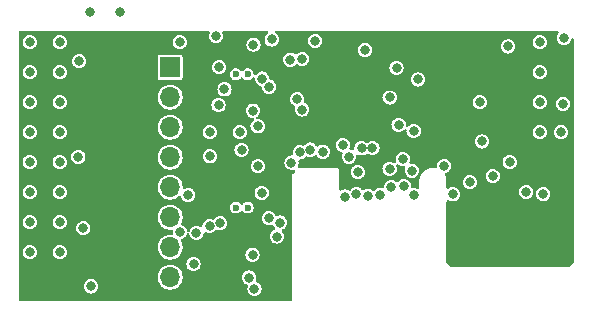
<source format=gbr>
%TF.GenerationSoftware,KiCad,Pcbnew,8.0.4*%
%TF.CreationDate,2024-09-17T19:17:59+01:00*%
%TF.ProjectId,ADE_Aux_V4,4144455f-4175-4785-9f56-342e6b696361,rev?*%
%TF.SameCoordinates,Original*%
%TF.FileFunction,Copper,L3,Inr*%
%TF.FilePolarity,Positive*%
%FSLAX46Y46*%
G04 Gerber Fmt 4.6, Leading zero omitted, Abs format (unit mm)*
G04 Created by KiCad (PCBNEW 8.0.4) date 2024-09-17 19:17:59*
%MOMM*%
%LPD*%
G01*
G04 APERTURE LIST*
%TA.AperFunction,ComponentPad*%
%ADD10C,0.600000*%
%TD*%
%TA.AperFunction,ComponentPad*%
%ADD11R,1.700000X1.700000*%
%TD*%
%TA.AperFunction,ComponentPad*%
%ADD12O,1.700000X1.700000*%
%TD*%
%TA.AperFunction,ViaPad*%
%ADD13C,0.800000*%
%TD*%
G04 APERTURE END LIST*
D10*
%TO.N,/UM*%
%TO.C,U3*%
X-180000Y36100000D03*
X-1180000Y36100000D03*
%TD*%
%TO.N,/UM*%
%TO.C,U1*%
X-180000Y24810000D03*
X-1180000Y24810000D03*
%TD*%
D11*
%TO.N,/RRP*%
%TO.C,J15*%
X-6750200Y36692980D03*
D12*
%TO.N,/RRM*%
X-6750200Y34152980D03*
%TO.N,/RSP*%
X-6750200Y31612980D03*
%TO.N,/RSM*%
X-6750200Y29072980D03*
%TO.N,/RTP*%
X-6750200Y26532980D03*
%TO.N,/RTM*%
X-6750200Y23992980D03*
%TO.N,/RNP*%
X-6750200Y21452980D03*
%TO.N,/RNM*%
X-6750200Y18912980D03*
%TD*%
D13*
%TO.N,GND*%
X-11020000Y41360000D03*
X26593800Y39192200D03*
X-18640000Y36280000D03*
X-16100000Y33740000D03*
X16459200Y28346400D03*
X-5940000Y38820000D03*
X4430000Y37400000D03*
X-3400000Y31200000D03*
X-14440000Y37200000D03*
X-14100000Y23060000D03*
X-18640000Y28660000D03*
X24540000Y33740000D03*
X-18640000Y26120000D03*
X26339800Y31191200D03*
X4428453Y33111500D03*
X17170400Y25933400D03*
X-16100000Y36280000D03*
X-13450000Y18140000D03*
X-16100000Y23580000D03*
X24540000Y38820000D03*
X390000Y17940000D03*
X9457677Y29825500D03*
X13716000Y27940000D03*
X-16100000Y38820000D03*
X5540000Y38930000D03*
X-13560000Y41360000D03*
X-18640000Y31200000D03*
X22000000Y28660000D03*
X24540000Y36280000D03*
X-16100000Y31200000D03*
X-18640000Y21040000D03*
X-2870200Y39344600D03*
X12598400Y31826200D03*
X-16100000Y26120000D03*
X13868400Y25857200D03*
X24540000Y31200000D03*
X11836400Y28092400D03*
X-18640000Y33740000D03*
X12954000Y28930600D03*
X1001000Y26060000D03*
X3429000Y37338000D03*
X670000Y28320000D03*
X-16100000Y21040000D03*
X19460000Y33740000D03*
X11836400Y34137600D03*
X-5230000Y25880000D03*
X660000Y31690000D03*
X-18640000Y38820000D03*
X-16100000Y28660000D03*
X-860000Y31200000D03*
X1850000Y39045500D03*
X-18640000Y23580000D03*
X26517600Y33604200D03*
X-14520000Y29090000D03*
%TO.N,+3V3*%
X19507200Y34950400D03*
X11861800Y29667200D03*
X11050000Y37425000D03*
X10575000Y28775000D03*
X-2190000Y25740000D03*
X26924000Y26187400D03*
X25806400Y26111200D03*
X-5420000Y17550000D03*
X-1975500Y37553372D03*
X25831800Y35128200D03*
X23444200Y29514800D03*
%TO.N,/AVDDOUT*%
X7863900Y30124400D03*
%TO.N,/DVDDOUT*%
X9753600Y38150800D03*
%TO.N,/REF*%
X4013200Y33985200D03*
%TO.N,/ISP*%
X1040000Y35730000D03*
X-2150000Y34820000D03*
%TO.N,/INP*%
X2550000Y23540000D03*
X-2510000Y23480000D03*
%TO.N,/UR+*%
X11970000Y26540000D03*
X3524020Y28620000D03*
%TO.N,/US+*%
X10000000Y25800000D03*
X9143911Y27833911D03*
X5100000Y29720000D03*
%TO.N,/UT+*%
X8050000Y25740000D03*
%TO.N,/ADE_Reset*%
X21869400Y38455600D03*
X24841200Y25958800D03*
%TO.N,/O_IN*%
X10375000Y29850000D03*
%TO.N,/SCLK*%
X20570000Y27480000D03*
%TO.N,/MOSI*%
X14230000Y35660000D03*
X18630000Y26960000D03*
X19650000Y30410000D03*
%TO.N,/SS*%
X12420000Y36650000D03*
X13868400Y31292800D03*
%TO.N,/RN*%
X-5934500Y22738843D03*
X-4520000Y22670000D03*
%TO.N,Net-(C5-Pad2)*%
X-3410000Y23230000D03*
X230000Y20824500D03*
%TO.N,Net-(C6-Pad2)*%
X260000Y33020000D03*
X-2650000Y33470000D03*
%TO.N,Net-(C13-Pad2)*%
X-700000Y29710000D03*
X-3390000Y29150000D03*
%TO.N,Net-(C16-Pad2)*%
X309163Y38610563D03*
X-2600000Y36690000D03*
%TO.N,/UM*%
X1610000Y23910000D03*
X1625500Y35047145D03*
X2277484Y22357547D03*
%TO.N,/C+*%
X-70000Y18890000D03*
%TO.N,/UR-*%
X4230000Y29490000D03*
X13040000Y26640000D03*
%TO.N,/US-*%
X11000000Y25870000D03*
X6182300Y29546200D03*
X8393411Y29123411D03*
%TO.N,/UT-*%
X9020000Y25950000D03*
%TO.N,/C-*%
X-4765656Y20033911D03*
%TO.N,/SYN*%
X23393400Y26136600D03*
%TD*%
%TA.AperFunction,Conductor*%
%TO.N,+3V3*%
G36*
X-3461771Y39756398D02*
G01*
X-3415278Y39702742D01*
X-3405174Y39632468D01*
X-3413483Y39602182D01*
X-3455244Y39501362D01*
X-3475882Y39344600D01*
X-3455244Y39187838D01*
X-3394736Y39041759D01*
X-3298482Y38916318D01*
X-3173041Y38820064D01*
X-3026962Y38759556D01*
X-2870200Y38738918D01*
X-2862012Y38739996D01*
X-2721626Y38758478D01*
X-2713438Y38759556D01*
X-2567359Y38820064D01*
X-2441918Y38916318D01*
X-2345664Y39041759D01*
X-2285156Y39187838D01*
X-2264518Y39344600D01*
X-2285156Y39501362D01*
X-2326917Y39602182D01*
X-2334506Y39672772D01*
X-2302727Y39736259D01*
X-2241669Y39772486D01*
X-2210508Y39776400D01*
X1444913Y39776400D01*
X1513034Y39756398D01*
X1559527Y39702742D01*
X1569631Y39632468D01*
X1540137Y39567888D01*
X1521617Y39550437D01*
X1494337Y39529504D01*
X1421718Y39473782D01*
X1325464Y39348341D01*
X1264956Y39202262D01*
X1244318Y39045500D01*
X1264956Y38888738D01*
X1325464Y38742659D01*
X1421718Y38617218D01*
X1547159Y38520964D01*
X1693238Y38460456D01*
X1850000Y38439818D01*
X1858188Y38440896D01*
X1998574Y38459378D01*
X2006762Y38460456D01*
X2152841Y38520964D01*
X2278282Y38617218D01*
X2374536Y38742659D01*
X2435044Y38888738D01*
X2440476Y38930000D01*
X4934318Y38930000D01*
X4954956Y38773238D01*
X5015464Y38627159D01*
X5111718Y38501718D01*
X5237159Y38405464D01*
X5383238Y38344956D01*
X5540000Y38324318D01*
X5548188Y38325396D01*
X5688574Y38343878D01*
X5696762Y38344956D01*
X5842841Y38405464D01*
X5968282Y38501718D01*
X6064536Y38627159D01*
X6125044Y38773238D01*
X6145682Y38930000D01*
X6128540Y39060204D01*
X6126122Y39078574D01*
X6125044Y39086762D01*
X6064536Y39232841D01*
X5975835Y39348439D01*
X5973305Y39351736D01*
X5968282Y39358282D01*
X5842841Y39454536D01*
X5696762Y39515044D01*
X5617507Y39525478D01*
X5552580Y39554200D01*
X5542204Y39569931D01*
X5541271Y39567888D01*
X5481545Y39529504D01*
X5462494Y39525478D01*
X5383238Y39515044D01*
X5237159Y39454536D01*
X5111718Y39358282D01*
X5106695Y39351736D01*
X5104165Y39348439D01*
X5015464Y39232841D01*
X4954956Y39086762D01*
X4953878Y39078574D01*
X4951460Y39060204D01*
X4934318Y38930000D01*
X2440476Y38930000D01*
X2455682Y39045500D01*
X2435044Y39202262D01*
X2374536Y39348341D01*
X2278282Y39473782D01*
X2205664Y39529504D01*
X2178383Y39550437D01*
X2136516Y39607775D01*
X2132294Y39678646D01*
X2167058Y39740549D01*
X2229771Y39773830D01*
X2255087Y39776400D01*
X5446047Y39776400D01*
X5514168Y39756398D01*
X5539428Y39727247D01*
X5550313Y39744636D01*
X5614538Y39774895D01*
X5633953Y39776400D01*
X26029655Y39776400D01*
X26097776Y39756398D01*
X26144269Y39702742D01*
X26154373Y39632468D01*
X26129618Y39573696D01*
X26069264Y39495041D01*
X26008756Y39348962D01*
X25988118Y39192200D01*
X25989196Y39184012D01*
X26005496Y39060204D01*
X26008756Y39035438D01*
X26069264Y38889359D01*
X26122436Y38820064D01*
X26158367Y38773238D01*
X26165518Y38763918D01*
X26172064Y38758895D01*
X26172656Y38758441D01*
X26290959Y38667664D01*
X26437038Y38607156D01*
X26445226Y38606078D01*
X26473353Y38602375D01*
X26593800Y38586518D01*
X26601988Y38587596D01*
X26742374Y38606078D01*
X26750562Y38607156D01*
X26896641Y38667664D01*
X27014944Y38758441D01*
X27015536Y38758895D01*
X27022082Y38763918D01*
X27029234Y38773238D01*
X27065164Y38820064D01*
X27118336Y38889359D01*
X27178844Y39035438D01*
X27181078Y39052407D01*
X27209800Y39117334D01*
X27269066Y39156426D01*
X27340057Y39157271D01*
X27400236Y39119601D01*
X27430495Y39055376D01*
X27432000Y39035961D01*
X27432000Y20167033D01*
X27411998Y20098912D01*
X27395095Y20077938D01*
X27104062Y19786905D01*
X27041750Y19752879D01*
X27014967Y19750000D01*
X17085033Y19750000D01*
X17016912Y19770002D01*
X16995938Y19786905D01*
X16686905Y20095938D01*
X16652879Y20158250D01*
X16650000Y20185033D01*
X16650000Y25320300D01*
X16670002Y25388421D01*
X16723658Y25434914D01*
X16793932Y25445018D01*
X16852705Y25420261D01*
X16861002Y25413894D01*
X16861009Y25413890D01*
X16867559Y25408864D01*
X16965933Y25368116D01*
X17002142Y25353118D01*
X17013638Y25348356D01*
X17021826Y25347278D01*
X17041142Y25344735D01*
X17170400Y25327718D01*
X17178588Y25328796D01*
X17318974Y25347278D01*
X17327162Y25348356D01*
X17338659Y25353118D01*
X17374867Y25368116D01*
X17473241Y25408864D01*
X17598682Y25505118D01*
X17619543Y25532304D01*
X17641261Y25560608D01*
X17694936Y25630559D01*
X17755444Y25776638D01*
X17759118Y25804541D01*
X17775004Y25925212D01*
X17776082Y25933400D01*
X17755444Y26090162D01*
X17736209Y26136600D01*
X22787718Y26136600D01*
X22788796Y26128412D01*
X22803864Y26013962D01*
X22808356Y25979838D01*
X22868864Y25833759D01*
X22918548Y25769009D01*
X22953670Y25723238D01*
X22965118Y25708318D01*
X23090559Y25612064D01*
X23236638Y25551556D01*
X23393400Y25530918D01*
X23401588Y25531996D01*
X23415884Y25533878D01*
X23550162Y25551556D01*
X23696241Y25612064D01*
X23821682Y25708318D01*
X23833131Y25723238D01*
X23868252Y25769009D01*
X23917936Y25833759D01*
X23969730Y25958800D01*
X24235518Y25958800D01*
X24256156Y25802038D01*
X24316664Y25655959D01*
X24412918Y25530518D01*
X24538359Y25434264D01*
X24649034Y25388421D01*
X24673548Y25378267D01*
X24684438Y25373756D01*
X24841200Y25353118D01*
X24849388Y25354196D01*
X24989774Y25372678D01*
X24997962Y25373756D01*
X25008853Y25378267D01*
X25033366Y25388421D01*
X25144041Y25434264D01*
X25269482Y25530518D01*
X25365736Y25655959D01*
X25426244Y25802038D01*
X25446882Y25958800D01*
X25426244Y26115562D01*
X25365736Y26261641D01*
X25276362Y26378116D01*
X25274505Y26380536D01*
X25269482Y26387082D01*
X25144041Y26483336D01*
X25011433Y26538264D01*
X25005591Y26540684D01*
X24997962Y26543844D01*
X24841200Y26564482D01*
X24684438Y26543844D01*
X24676809Y26540684D01*
X24670967Y26538264D01*
X24538359Y26483336D01*
X24412918Y26387082D01*
X24407895Y26380536D01*
X24406038Y26378116D01*
X24316664Y26261641D01*
X24256156Y26115562D01*
X24235518Y25958800D01*
X23969730Y25958800D01*
X23978444Y25979838D01*
X23982937Y26013962D01*
X23998004Y26128412D01*
X23999082Y26136600D01*
X23978444Y26293362D01*
X23917936Y26439441D01*
X23840250Y26540684D01*
X23826705Y26558336D01*
X23821682Y26564882D01*
X23804880Y26577775D01*
X23721331Y26641884D01*
X23696241Y26661136D01*
X23550162Y26721644D01*
X23527679Y26724604D01*
X23401588Y26741204D01*
X23393400Y26742282D01*
X23385212Y26741204D01*
X23259122Y26724604D01*
X23236638Y26721644D01*
X23090559Y26661136D01*
X23065469Y26641884D01*
X22981921Y26577775D01*
X22965118Y26564882D01*
X22960095Y26558336D01*
X22946550Y26540684D01*
X22868864Y26439441D01*
X22808356Y26293362D01*
X22787718Y26136600D01*
X17736209Y26136600D01*
X17694936Y26236241D01*
X17598682Y26361682D01*
X17473241Y26457936D01*
X17327162Y26518444D01*
X17170400Y26539082D01*
X17013638Y26518444D01*
X16867559Y26457936D01*
X16861009Y26452910D01*
X16861002Y26452906D01*
X16852705Y26446539D01*
X16786486Y26420937D01*
X16716937Y26435201D01*
X16666140Y26484801D01*
X16650000Y26546500D01*
X16650000Y26960000D01*
X18024318Y26960000D01*
X18044956Y26803238D01*
X18105464Y26657159D01*
X18201718Y26531718D01*
X18327159Y26435464D01*
X18473238Y26374956D01*
X18630000Y26354318D01*
X18638188Y26355396D01*
X18778574Y26373878D01*
X18786762Y26374956D01*
X18932841Y26435464D01*
X19058282Y26531718D01*
X19154536Y26657159D01*
X19215044Y26803238D01*
X19235682Y26960000D01*
X19215044Y27116762D01*
X19211614Y27125044D01*
X19198818Y27155934D01*
X19154536Y27262841D01*
X19058282Y27388282D01*
X18938752Y27480000D01*
X19964318Y27480000D01*
X19984956Y27323238D01*
X20045464Y27177159D01*
X20141718Y27051718D01*
X20267159Y26955464D01*
X20413238Y26894956D01*
X20570000Y26874318D01*
X20578188Y26875396D01*
X20718574Y26893878D01*
X20726762Y26894956D01*
X20872841Y26955464D01*
X20998282Y27051718D01*
X21094536Y27177159D01*
X21155044Y27323238D01*
X21175682Y27480000D01*
X21155044Y27636762D01*
X21094536Y27782841D01*
X20998282Y27908282D01*
X20985464Y27918118D01*
X20946275Y27948188D01*
X20872841Y28004536D01*
X20726762Y28065044D01*
X20570000Y28085682D01*
X20413238Y28065044D01*
X20267159Y28004536D01*
X20193725Y27948188D01*
X20154537Y27918118D01*
X20141718Y27908282D01*
X20045464Y27782841D01*
X19984956Y27636762D01*
X19964318Y27480000D01*
X18938752Y27480000D01*
X18932841Y27484536D01*
X18786762Y27545044D01*
X18630000Y27565682D01*
X18473238Y27545044D01*
X18327159Y27484536D01*
X18201718Y27388282D01*
X18105464Y27262841D01*
X18061182Y27155934D01*
X18048387Y27125044D01*
X18044956Y27116762D01*
X18024318Y26960000D01*
X16650000Y26960000D01*
X16650000Y26962688D01*
X16653254Y26991140D01*
X16655142Y26999284D01*
X16655143Y27000000D01*
X16654316Y27003625D01*
X16654627Y27005395D01*
X16653926Y27005334D01*
X16648992Y27061733D01*
X16636855Y27200458D01*
X16630267Y27225044D01*
X16586198Y27389516D01*
X16586197Y27389518D01*
X16584775Y27394826D01*
X16579738Y27405629D01*
X16499734Y27577197D01*
X16501176Y27577869D01*
X16486165Y27639745D01*
X16509385Y27706837D01*
X16565192Y27750724D01*
X16595575Y27758672D01*
X16607774Y27760278D01*
X16615962Y27761356D01*
X16762041Y27821864D01*
X16866133Y27901736D01*
X16880936Y27913095D01*
X16887482Y27918118D01*
X16983736Y28043559D01*
X17044244Y28189638D01*
X17064882Y28346400D01*
X17048798Y28468574D01*
X17045322Y28494974D01*
X17044244Y28503162D01*
X16983736Y28649241D01*
X16975480Y28660000D01*
X21394318Y28660000D01*
X21414956Y28503238D01*
X21475464Y28357159D01*
X21497694Y28328188D01*
X21544480Y28267216D01*
X21571718Y28231718D01*
X21697159Y28135464D01*
X21843238Y28074956D01*
X22000000Y28054318D01*
X22008188Y28055396D01*
X22148574Y28073878D01*
X22156762Y28074956D01*
X22302841Y28135464D01*
X22428282Y28231718D01*
X22455521Y28267216D01*
X22502306Y28328188D01*
X22524536Y28357159D01*
X22585044Y28503238D01*
X22605682Y28660000D01*
X22585044Y28816762D01*
X22524536Y28962841D01*
X22455121Y29053305D01*
X22433305Y29081736D01*
X22428282Y29088282D01*
X22302841Y29184536D01*
X22156762Y29245044D01*
X22143713Y29246762D01*
X22078381Y29255363D01*
X22000000Y29265682D01*
X21921619Y29255363D01*
X21856288Y29246762D01*
X21843238Y29245044D01*
X21697159Y29184536D01*
X21571718Y29088282D01*
X21566695Y29081736D01*
X21544879Y29053305D01*
X21475464Y28962841D01*
X21414956Y28816762D01*
X21394318Y28660000D01*
X16975480Y28660000D01*
X16887482Y28774682D01*
X16762041Y28870936D01*
X16615962Y28931444D01*
X16560179Y28938788D01*
X16467388Y28951004D01*
X16459200Y28952082D01*
X16451012Y28951004D01*
X16358222Y28938788D01*
X16302438Y28931444D01*
X16156359Y28870936D01*
X16030918Y28774682D01*
X15934664Y28649241D01*
X15874156Y28503162D01*
X15873078Y28494974D01*
X15869602Y28468574D01*
X15853518Y28346400D01*
X15854596Y28338212D01*
X15863097Y28273640D01*
X15852158Y28203491D01*
X15805030Y28150393D01*
X15736676Y28131203D01*
X15711229Y28134707D01*
X15711188Y28134476D01*
X15705775Y28135430D01*
X15700458Y28136855D01*
X15500000Y28154393D01*
X15299542Y28136855D01*
X15294228Y28135431D01*
X15294227Y28135431D01*
X15110484Y28086198D01*
X15110482Y28086197D01*
X15105174Y28084775D01*
X15100194Y28082453D01*
X15100192Y28082452D01*
X14927791Y28002060D01*
X14927786Y28002057D01*
X14922804Y27999734D01*
X14918297Y27996578D01*
X14918295Y27996577D01*
X14762481Y27887475D01*
X14762478Y27887473D01*
X14757970Y27884316D01*
X14615684Y27742030D01*
X14612527Y27737521D01*
X14612525Y27737519D01*
X14596280Y27714318D01*
X14500266Y27577197D01*
X14497943Y27572215D01*
X14497940Y27572210D01*
X14419582Y27404169D01*
X14415225Y27394826D01*
X14413803Y27389518D01*
X14413802Y27389516D01*
X14369733Y27225044D01*
X14363145Y27200458D01*
X14346118Y27005842D01*
X14344857Y27000358D01*
X14347988Y26986519D01*
X14347980Y26981631D01*
X14350000Y26963552D01*
X14350000Y26495523D01*
X14329998Y26427402D01*
X14276342Y26380909D01*
X14206068Y26370805D01*
X14171648Y26382719D01*
X14171241Y26381736D01*
X14032791Y26439084D01*
X14025162Y26442244D01*
X13868400Y26462882D01*
X13860212Y26461804D01*
X13780826Y26451353D01*
X13710677Y26462293D01*
X13657579Y26509421D01*
X13638389Y26577775D01*
X13639458Y26592720D01*
X13644604Y26631810D01*
X13644604Y26631812D01*
X13645682Y26640000D01*
X13634933Y26721644D01*
X13626122Y26788574D01*
X13625044Y26796762D01*
X13564536Y26942841D01*
X13468282Y27068282D01*
X13342841Y27164536D01*
X13196762Y27225044D01*
X13172570Y27228229D01*
X13048188Y27244604D01*
X13040000Y27245682D01*
X13031812Y27244604D01*
X12907431Y27228229D01*
X12883238Y27225044D01*
X12737159Y27164536D01*
X12611718Y27068282D01*
X12606695Y27061736D01*
X12606692Y27061733D01*
X12561029Y27002223D01*
X12503691Y26960355D01*
X12432820Y26956133D01*
X12384362Y26978963D01*
X12356946Y27000000D01*
X12272841Y27064536D01*
X12126762Y27125044D01*
X11970000Y27145682D01*
X11813238Y27125044D01*
X11667159Y27064536D01*
X11541718Y26968282D01*
X11445464Y26842841D01*
X11393954Y26718484D01*
X11388387Y26705044D01*
X11384956Y26696762D01*
X11366141Y26553843D01*
X11364412Y26540713D01*
X11335690Y26475786D01*
X11276425Y26436694D01*
X11205433Y26435849D01*
X11191273Y26440750D01*
X11164395Y26451883D01*
X11164390Y26451884D01*
X11156762Y26455044D01*
X11105415Y26461804D01*
X11008188Y26474604D01*
X11000000Y26475682D01*
X10991812Y26474604D01*
X10894586Y26461804D01*
X10843238Y26455044D01*
X10697159Y26394536D01*
X10571718Y26298282D01*
X10566695Y26291736D01*
X10566692Y26291733D01*
X10561459Y26284913D01*
X10504121Y26243045D01*
X10433251Y26238823D01*
X10384792Y26261653D01*
X10348339Y26289624D01*
X10302841Y26324536D01*
X10156762Y26385044D01*
X10000000Y26405682D01*
X9843238Y26385044D01*
X9697159Y26324536D01*
X9690608Y26319509D01*
X9690603Y26319506D01*
X9666433Y26300960D01*
X9600213Y26275359D01*
X9530664Y26289624D01*
X9489766Y26324219D01*
X9453308Y26371733D01*
X9453304Y26371737D01*
X9448282Y26378282D01*
X9430268Y26392105D01*
X9375871Y26433845D01*
X9322841Y26474536D01*
X9176762Y26535044D01*
X9154279Y26538004D01*
X9038055Y26553305D01*
X9020000Y26555682D01*
X9001945Y26553305D01*
X8885722Y26538004D01*
X8863238Y26535044D01*
X8717159Y26474536D01*
X8664129Y26433845D01*
X8609733Y26392105D01*
X8591718Y26378282D01*
X8532983Y26301736D01*
X8524503Y26290685D01*
X8467165Y26248818D01*
X8396294Y26244596D01*
X8361543Y26258268D01*
X8359389Y26259512D01*
X8352841Y26264536D01*
X8345215Y26267695D01*
X8345213Y26267696D01*
X8214391Y26321884D01*
X8206762Y26325044D01*
X8050000Y26345682D01*
X7893238Y26325044D01*
X7885609Y26321884D01*
X7754787Y26267696D01*
X7754785Y26267695D01*
X7747159Y26264536D01*
X7740609Y26259510D01*
X7739000Y26258581D01*
X7670005Y26241843D01*
X7602913Y26265063D01*
X7559026Y26320871D01*
X7550000Y26367700D01*
X7550000Y27833911D01*
X8538229Y27833911D01*
X8539307Y27825723D01*
X8554959Y27706837D01*
X8558867Y27677149D01*
X8619375Y27531070D01*
X8664845Y27471812D01*
X8710440Y27412392D01*
X8715629Y27405629D01*
X8841070Y27309375D01*
X8987149Y27248867D01*
X8995337Y27247789D01*
X9019530Y27244604D01*
X9143911Y27228229D01*
X9152099Y27229307D01*
X9292485Y27247789D01*
X9300673Y27248867D01*
X9446752Y27309375D01*
X9572193Y27405629D01*
X9577383Y27412392D01*
X9622977Y27471812D01*
X9668447Y27531070D01*
X9728955Y27677149D01*
X9732864Y27706837D01*
X9748515Y27825723D01*
X9749593Y27833911D01*
X9735626Y27940000D01*
X9730033Y27982485D01*
X9728955Y27990673D01*
X9686818Y28092400D01*
X11230718Y28092400D01*
X11237446Y28041292D01*
X11245189Y27982485D01*
X11251356Y27935638D01*
X11311864Y27789559D01*
X11408118Y27664118D01*
X11533559Y27567864D01*
X11679638Y27507356D01*
X11836400Y27486718D01*
X11844588Y27487796D01*
X11870703Y27491234D01*
X11993162Y27507356D01*
X12139241Y27567864D01*
X12264682Y27664118D01*
X12360936Y27789559D01*
X12421444Y27935638D01*
X12427612Y27982485D01*
X12435354Y28041292D01*
X12442082Y28092400D01*
X12421444Y28249162D01*
X12416047Y28262193D01*
X12399095Y28303118D01*
X12391506Y28373708D01*
X12423286Y28437195D01*
X12484344Y28473422D01*
X12555295Y28470888D01*
X12592208Y28451298D01*
X12644603Y28411094D01*
X12644606Y28411092D01*
X12651159Y28406064D01*
X12797238Y28345556D01*
X12805426Y28344478D01*
X12871988Y28335715D01*
X12954000Y28324918D01*
X12962188Y28325996D01*
X13024747Y28334232D01*
X13094895Y28323293D01*
X13147994Y28276165D01*
X13167184Y28207811D01*
X13157602Y28161092D01*
X13135897Y28108690D01*
X13130956Y28096762D01*
X13129878Y28088574D01*
X13129565Y28086198D01*
X13110318Y27940000D01*
X13130956Y27783238D01*
X13191464Y27637159D01*
X13287718Y27511718D01*
X13294264Y27506695D01*
X13295062Y27506083D01*
X13413159Y27415464D01*
X13559238Y27354956D01*
X13716000Y27334318D01*
X13724188Y27335396D01*
X13864574Y27353878D01*
X13872762Y27354956D01*
X14018841Y27415464D01*
X14136938Y27506083D01*
X14137736Y27506695D01*
X14144282Y27511718D01*
X14240536Y27637159D01*
X14301044Y27783238D01*
X14321682Y27940000D01*
X14302435Y28086198D01*
X14302122Y28088574D01*
X14301044Y28096762D01*
X14240536Y28242841D01*
X14161073Y28346400D01*
X14149305Y28361736D01*
X14144282Y28368282D01*
X14018841Y28464536D01*
X13872762Y28525044D01*
X13716000Y28545682D01*
X13645253Y28536368D01*
X13575105Y28547307D01*
X13522006Y28594435D01*
X13502816Y28662789D01*
X13512398Y28709508D01*
X13535884Y28766208D01*
X13535885Y28766211D01*
X13539044Y28773838D01*
X13559682Y28930600D01*
X13539044Y29087362D01*
X13478536Y29233441D01*
X13382282Y29358882D01*
X13362682Y29373922D01*
X13291861Y29428264D01*
X13256841Y29455136D01*
X13110762Y29515644D01*
X13090725Y29518282D01*
X12962188Y29535204D01*
X12954000Y29536282D01*
X12945812Y29535204D01*
X12817276Y29518282D01*
X12797238Y29515644D01*
X12651159Y29455136D01*
X12616139Y29428264D01*
X12545319Y29373922D01*
X12525718Y29358882D01*
X12429464Y29233441D01*
X12368956Y29087362D01*
X12348318Y28930600D01*
X12368956Y28773838D01*
X12372115Y28766211D01*
X12372116Y28766208D01*
X12391305Y28719882D01*
X12398894Y28649292D01*
X12367114Y28585805D01*
X12306056Y28549578D01*
X12235105Y28552112D01*
X12198192Y28571702D01*
X12145797Y28611906D01*
X12145792Y28611909D01*
X12139241Y28616936D01*
X11993162Y28677444D01*
X11836400Y28698082D01*
X11679638Y28677444D01*
X11533559Y28616936D01*
X11445776Y28549578D01*
X11415208Y28526122D01*
X11408118Y28520682D01*
X11311864Y28395241D01*
X11251356Y28249162D01*
X11230718Y28092400D01*
X9686818Y28092400D01*
X9668447Y28136752D01*
X9599970Y28225993D01*
X9577216Y28255647D01*
X9572193Y28262193D01*
X9446752Y28358447D01*
X9300673Y28418955D01*
X9143911Y28439593D01*
X8987149Y28418955D01*
X8841070Y28358447D01*
X8715629Y28262193D01*
X8710606Y28255647D01*
X8687852Y28225993D01*
X8619375Y28136752D01*
X8558867Y27990673D01*
X8557789Y27982485D01*
X8552196Y27940000D01*
X8538229Y27833911D01*
X7550000Y27833911D01*
X7550000Y27944123D01*
X7550033Y27981258D01*
X7550033Y27981260D01*
X7550045Y27995449D01*
X7543902Y28008242D01*
X7542773Y28013210D01*
X7540215Y28020535D01*
X7538006Y28025125D01*
X7534850Y28038962D01*
X7526006Y28050061D01*
X7523636Y28054985D01*
X7520084Y28060647D01*
X7516688Y28064916D01*
X7510547Y28077705D01*
X7499464Y28086568D01*
X7496293Y28090554D01*
X7490809Y28096048D01*
X7486827Y28099227D01*
X7477985Y28110323D01*
X7465207Y28116486D01*
X7460936Y28119896D01*
X7455286Y28123454D01*
X7450366Y28125832D01*
X7439285Y28134694D01*
X7425457Y28137874D01*
X7420876Y28140088D01*
X7413551Y28142661D01*
X7408580Y28143799D01*
X7395798Y28149965D01*
X7372787Y28149985D01*
X7372789Y28151997D01*
X7372723Y28152012D01*
X7372723Y28150000D01*
X7355877Y28150000D01*
X7304551Y28150045D01*
X7304555Y28154850D01*
X7304457Y28154856D01*
X7304457Y28150000D01*
X4236076Y28150000D01*
X4233737Y28150133D01*
X4223223Y28153825D01*
X4209124Y28152256D01*
X4209123Y28152256D01*
X4195800Y28150773D01*
X4187106Y28150291D01*
X4184523Y28150000D01*
X4177454Y28150000D01*
X4177454Y28150375D01*
X4111592Y28161914D01*
X4059386Y28210029D01*
X4041480Y28278731D01*
X4051012Y28323088D01*
X4105904Y28455609D01*
X4109064Y28463238D01*
X4129702Y28620000D01*
X4113515Y28742951D01*
X4124454Y28813098D01*
X4171582Y28866197D01*
X4230171Y28883022D01*
X4230000Y28884318D01*
X4386762Y28904956D01*
X4532841Y28965464D01*
X4634548Y29043506D01*
X4651736Y29056695D01*
X4658282Y29061718D01*
X4663305Y29068264D01*
X4663308Y29068267D01*
X4710794Y29130153D01*
X4768132Y29172021D01*
X4839003Y29176243D01*
X4858974Y29169859D01*
X4943238Y29134956D01*
X4951426Y29133878D01*
X4995193Y29128116D01*
X5100000Y29114318D01*
X5108188Y29115396D01*
X5248574Y29133878D01*
X5256762Y29134956D01*
X5402841Y29195464D01*
X5409394Y29200492D01*
X5409397Y29200494D01*
X5486461Y29259627D01*
X5552681Y29285228D01*
X5622230Y29270963D01*
X5663127Y29236370D01*
X5714162Y29169859D01*
X5748618Y29124956D01*
X5754018Y29117918D01*
X5879459Y29021664D01*
X6025538Y28961156D01*
X6033726Y28960078D01*
X6103919Y28950837D01*
X6182300Y28940518D01*
X6190488Y28941596D01*
X6330874Y28960078D01*
X6339062Y28961156D01*
X6485141Y29021664D01*
X6610582Y29117918D01*
X6615983Y29124956D01*
X6670085Y29195464D01*
X6706836Y29243359D01*
X6767344Y29389438D01*
X6787982Y29546200D01*
X6767344Y29702962D01*
X6706836Y29849041D01*
X6622377Y29959111D01*
X6615605Y29967936D01*
X6610582Y29974482D01*
X6583534Y29995237D01*
X6547559Y30022841D01*
X6485141Y30070736D01*
X6355585Y30124400D01*
X7258218Y30124400D01*
X7278856Y29967638D01*
X7339364Y29821559D01*
X7355100Y29801052D01*
X7426152Y29708455D01*
X7435618Y29696118D01*
X7561059Y29599864D01*
X7707138Y29539356D01*
X7715324Y29538278D01*
X7715325Y29538278D01*
X7742138Y29534748D01*
X7807065Y29506025D01*
X7846156Y29446759D01*
X7847000Y29375767D01*
X7842103Y29361620D01*
X7808367Y29280173D01*
X7787729Y29123411D01*
X7788807Y29115223D01*
X7804867Y28993238D01*
X7808367Y28966649D01*
X7868875Y28820570D01*
X7965129Y28695129D01*
X8090570Y28598875D01*
X8236649Y28538367D01*
X8393411Y28517729D01*
X8401599Y28518807D01*
X8424972Y28521884D01*
X8550173Y28538367D01*
X8696252Y28598875D01*
X8821693Y28695129D01*
X8917947Y28820570D01*
X8978455Y28966649D01*
X8981956Y28993238D01*
X8998015Y29115223D01*
X8999093Y29123411D01*
X8993872Y29163066D01*
X9004811Y29233212D01*
X9051938Y29286311D01*
X9120292Y29305502D01*
X9167012Y29295920D01*
X9293285Y29243616D01*
X9293288Y29243615D01*
X9300915Y29240456D01*
X9457677Y29219818D01*
X9465865Y29220896D01*
X9503199Y29225811D01*
X9614439Y29240456D01*
X9760518Y29300964D01*
X9855599Y29373922D01*
X9921820Y29399522D01*
X9991368Y29385257D01*
X10009007Y29373922D01*
X10072159Y29325464D01*
X10218238Y29264956D01*
X10375000Y29244318D01*
X10383188Y29245396D01*
X10425672Y29250989D01*
X10531762Y29264956D01*
X10677841Y29325464D01*
X10803282Y29421718D01*
X10899536Y29547159D01*
X10960044Y29693238D01*
X10980682Y29850000D01*
X10960044Y30006762D01*
X10899536Y30152841D01*
X10803282Y30278282D01*
X10785556Y30291884D01*
X10684392Y30369509D01*
X10677841Y30374536D01*
X10592223Y30410000D01*
X19044318Y30410000D01*
X19064956Y30253238D01*
X19125464Y30107159D01*
X19153412Y30070736D01*
X19211345Y29995237D01*
X19221718Y29981718D01*
X19347159Y29885464D01*
X19493238Y29824956D01*
X19650000Y29804318D01*
X19658188Y29805396D01*
X19798574Y29823878D01*
X19806762Y29824956D01*
X19952841Y29885464D01*
X20078282Y29981718D01*
X20088656Y29995237D01*
X20146588Y30070736D01*
X20174536Y30107159D01*
X20235044Y30253238D01*
X20255682Y30410000D01*
X20235044Y30566762D01*
X20174536Y30712841D01*
X20078282Y30838282D01*
X19952841Y30934536D01*
X19806762Y30995044D01*
X19650000Y31015682D01*
X19493238Y30995044D01*
X19347159Y30934536D01*
X19221718Y30838282D01*
X19125464Y30712841D01*
X19064956Y30566762D01*
X19044318Y30410000D01*
X10592223Y30410000D01*
X10531762Y30435044D01*
X10375000Y30455682D01*
X10218238Y30435044D01*
X10072159Y30374536D01*
X10065608Y30369509D01*
X9977078Y30301578D01*
X9910857Y30275978D01*
X9841309Y30290243D01*
X9823670Y30301578D01*
X9767069Y30345009D01*
X9760518Y30350036D01*
X9614439Y30410544D01*
X9457677Y30431182D01*
X9300915Y30410544D01*
X9154836Y30350036D01*
X9029395Y30253782D01*
X8933141Y30128341D01*
X8872633Y29982262D01*
X8851995Y29825500D01*
X8857216Y29785845D01*
X8846277Y29715699D01*
X8799150Y29662600D01*
X8730796Y29643409D01*
X8684076Y29652991D01*
X8557803Y29705295D01*
X8557800Y29705296D01*
X8550173Y29708455D01*
X8541987Y29709533D01*
X8541986Y29709533D01*
X8515173Y29713063D01*
X8450246Y29741786D01*
X8411155Y29801052D01*
X8410311Y29872044D01*
X8415208Y29886191D01*
X8448944Y29967638D01*
X8469582Y30124400D01*
X8448944Y30281162D01*
X8388436Y30427241D01*
X8292182Y30552682D01*
X8166741Y30648936D01*
X8020662Y30709444D01*
X7863900Y30730082D01*
X7707138Y30709444D01*
X7561059Y30648936D01*
X7435618Y30552682D01*
X7339364Y30427241D01*
X7278856Y30281162D01*
X7258218Y30124400D01*
X6355585Y30124400D01*
X6339062Y30131244D01*
X6328854Y30132588D01*
X6247449Y30143305D01*
X6182300Y30151882D01*
X6117151Y30143305D01*
X6035747Y30132588D01*
X6025538Y30131244D01*
X5879459Y30070736D01*
X5872908Y30065709D01*
X5872903Y30065706D01*
X5795839Y30006573D01*
X5729619Y29980972D01*
X5660070Y29995237D01*
X5619172Y30029831D01*
X5616160Y30033757D01*
X5540324Y30132588D01*
X5533305Y30141736D01*
X5528282Y30148282D01*
X5402841Y30244536D01*
X5256762Y30305044D01*
X5100000Y30325682D01*
X4943238Y30305044D01*
X4797159Y30244536D01*
X4671718Y30148282D01*
X4666695Y30141736D01*
X4666692Y30141733D01*
X4619206Y30079847D01*
X4561868Y30037979D01*
X4490997Y30033757D01*
X4471025Y30040141D01*
X4463754Y30043153D01*
X4409299Y30065709D01*
X4394391Y30071884D01*
X4386762Y30075044D01*
X4350280Y30079847D01*
X4238188Y30094604D01*
X4230000Y30095682D01*
X4221812Y30094604D01*
X4109721Y30079847D01*
X4073238Y30075044D01*
X3927159Y30014536D01*
X3801718Y29918282D01*
X3705464Y29792841D01*
X3644956Y29646762D01*
X3624318Y29490000D01*
X3640505Y29367049D01*
X3629566Y29296902D01*
X3582438Y29243803D01*
X3523849Y29226978D01*
X3524020Y29225682D01*
X3487667Y29220896D01*
X3367258Y29205044D01*
X3221179Y29144536D01*
X3095738Y29048282D01*
X3090715Y29041736D01*
X3079171Y29026691D01*
X2999484Y28922841D01*
X2938976Y28776762D01*
X2918338Y28620000D01*
X2938976Y28463238D01*
X2999484Y28317159D01*
X3008993Y28304767D01*
X3081688Y28210029D01*
X3095738Y28191718D01*
X3102284Y28186695D01*
X3122183Y28171426D01*
X3221179Y28095464D01*
X3367258Y28034956D01*
X3375446Y28033878D01*
X3399586Y28030700D01*
X3524020Y28014318D01*
X3532208Y28015396D01*
X3545600Y28017159D01*
X3680782Y28034956D01*
X3681164Y28032053D01*
X3738014Y28030700D01*
X3796810Y27990907D01*
X3824759Y27925643D01*
X3812986Y27855629D01*
X3788745Y27821588D01*
X3634088Y27666931D01*
X3632340Y27665370D01*
X3622295Y27660547D01*
X3613435Y27649467D01*
X3613434Y27649467D01*
X3605062Y27638998D01*
X3599263Y27632518D01*
X3597639Y27630482D01*
X3592636Y27625479D01*
X3588875Y27619494D01*
X3586901Y27617020D01*
X3582241Y27610462D01*
X3565306Y27589285D01*
X3562663Y27577789D01*
X3556386Y27567803D01*
X3553456Y27541884D01*
X3553340Y27540862D01*
X3551932Y27532627D01*
X3551596Y27529663D01*
X3550000Y27522723D01*
X3550000Y27515603D01*
X3549684Y27512819D01*
X3549202Y27504262D01*
X3546135Y27477134D01*
X3549859Y27466471D01*
X3550000Y27463941D01*
X3550000Y17042400D01*
X3529998Y16974279D01*
X3476342Y16927786D01*
X3424000Y16916400D01*
X-19432000Y16916400D01*
X-19500121Y16936402D01*
X-19546614Y16990058D01*
X-19558000Y17042400D01*
X-19558000Y18140000D01*
X-14055682Y18140000D01*
X-14054604Y18131812D01*
X-14040110Y18021722D01*
X-14035044Y17983238D01*
X-13974536Y17837159D01*
X-13878282Y17711718D01*
X-13752841Y17615464D01*
X-13606762Y17554956D01*
X-13450000Y17534318D01*
X-13441812Y17535396D01*
X-13301426Y17553878D01*
X-13293238Y17554956D01*
X-13147159Y17615464D01*
X-13021718Y17711718D01*
X-12925464Y17837159D01*
X-12864956Y17983238D01*
X-12859889Y18021722D01*
X-12845396Y18131812D01*
X-12844318Y18140000D01*
X-12864956Y18296762D01*
X-12868164Y18304508D01*
X-12891869Y18361736D01*
X-12925464Y18442841D01*
X-13021718Y18568282D01*
X-13147159Y18664536D01*
X-13293238Y18725044D01*
X-13450000Y18745682D01*
X-13606762Y18725044D01*
X-13752841Y18664536D01*
X-13878282Y18568282D01*
X-13974536Y18442841D01*
X-14008131Y18361736D01*
X-14031835Y18304508D01*
X-14035044Y18296762D01*
X-14055682Y18140000D01*
X-19558000Y18140000D01*
X-19558000Y18927718D01*
X-7805680Y18927718D01*
X-7805164Y18921574D01*
X-7790036Y18741426D01*
X-7788441Y18722427D01*
X-7786742Y18716502D01*
X-7751841Y18594789D01*
X-7731656Y18524394D01*
X-7728841Y18518917D01*
X-7728840Y18518914D01*
X-7648062Y18361736D01*
X-7637488Y18341162D01*
X-7509523Y18179710D01*
X-7504830Y18175716D01*
X-7504829Y18175715D01*
X-7402438Y18088574D01*
X-7352636Y18046189D01*
X-7172802Y17945683D01*
X-7077962Y17914867D01*
X-6982729Y17883924D01*
X-6982725Y17883923D01*
X-6976871Y17882021D01*
X-6772306Y17857629D01*
X-6766171Y17858101D01*
X-6766169Y17858101D01*
X-6710161Y17862411D01*
X-6566900Y17873434D01*
X-6560970Y17875090D01*
X-6560968Y17875090D01*
X-6374403Y17927180D01*
X-6374404Y17927180D01*
X-6368475Y17928835D01*
X-6362986Y17931608D01*
X-6362980Y17931610D01*
X-6190084Y18018947D01*
X-6184590Y18021722D01*
X-6022249Y18148556D01*
X-5978224Y18199559D01*
X-5891660Y18299846D01*
X-5891660Y18299847D01*
X-5887636Y18304508D01*
X-5866813Y18341162D01*
X-5809052Y18442841D01*
X-5785877Y18483636D01*
X-5720849Y18679117D01*
X-5695029Y18883506D01*
X-5694938Y18890000D01*
X-675682Y18890000D01*
X-655044Y18733238D01*
X-594536Y18587159D01*
X-498282Y18461718D01*
X-372841Y18365464D01*
X-242489Y18311471D01*
X-187209Y18266923D01*
X-164788Y18199559D01*
X-174298Y18146846D01*
X-195044Y18096762D01*
X-215682Y17940000D01*
X-195044Y17783238D01*
X-134536Y17637159D01*
X-38282Y17511718D01*
X87159Y17415464D01*
X233238Y17354956D01*
X390000Y17334318D01*
X398188Y17335396D01*
X538574Y17353878D01*
X546762Y17354956D01*
X692841Y17415464D01*
X818282Y17511718D01*
X914536Y17637159D01*
X975044Y17783238D01*
X995682Y17940000D01*
X975044Y18096762D01*
X914536Y18242841D01*
X846059Y18332082D01*
X823305Y18361736D01*
X818282Y18368282D01*
X692841Y18464536D01*
X562489Y18518529D01*
X507209Y18563077D01*
X484788Y18630441D01*
X494298Y18683154D01*
X515044Y18733238D01*
X535682Y18890000D01*
X515044Y19046762D01*
X454536Y19192841D01*
X358282Y19318282D01*
X232841Y19414536D01*
X86762Y19475044D01*
X-70000Y19495682D01*
X-226762Y19475044D01*
X-372841Y19414536D01*
X-498282Y19318282D01*
X-594536Y19192841D01*
X-655044Y19046762D01*
X-675682Y18890000D01*
X-5694938Y18890000D01*
X-5694617Y18912980D01*
X-5714720Y19118010D01*
X-5774265Y19315231D01*
X-5870982Y19497131D01*
X-5964810Y19612175D01*
X-5997294Y19652005D01*
X-5997297Y19652008D01*
X-6001189Y19656780D01*
X-6113872Y19750000D01*
X-6155175Y19784169D01*
X-6155179Y19784171D01*
X-6159925Y19788098D01*
X-6341145Y19886083D01*
X-6537946Y19947003D01*
X-6544071Y19947647D01*
X-6544072Y19947647D01*
X-6736702Y19967893D01*
X-6736704Y19967893D01*
X-6742831Y19968537D01*
X-6825234Y19961038D01*
X-6941858Y19950425D01*
X-6941861Y19950424D01*
X-6947997Y19949866D01*
X-7145628Y19891700D01*
X-7328198Y19796254D01*
X-7332999Y19792394D01*
X-7333002Y19792392D01*
X-7382146Y19752879D01*
X-7488753Y19667165D01*
X-7621176Y19509350D01*
X-7624144Y19503952D01*
X-7624147Y19503947D01*
X-7705333Y19356268D01*
X-7720424Y19328818D01*
X-7782716Y19132448D01*
X-7783402Y19126331D01*
X-7783403Y19126327D01*
X-7792327Y19046762D01*
X-7805680Y18927718D01*
X-19558000Y18927718D01*
X-19558000Y20033911D01*
X-5371338Y20033911D01*
X-5350700Y19877149D01*
X-5290192Y19731070D01*
X-5193938Y19605629D01*
X-5068497Y19509375D01*
X-4922418Y19448867D01*
X-4765656Y19428229D01*
X-4757468Y19429307D01*
X-4732667Y19432572D01*
X-4608894Y19448867D01*
X-4462815Y19509375D01*
X-4337374Y19605629D01*
X-4241120Y19731070D01*
X-4180612Y19877149D01*
X-4159974Y20033911D01*
X-4180612Y20190673D01*
X-4241120Y20336752D01*
X-4337374Y20462193D01*
X-4349646Y20471610D01*
X-4414872Y20521659D01*
X-4462815Y20558447D01*
X-4608894Y20618955D01*
X-4765656Y20639593D01*
X-4922418Y20618955D01*
X-5068497Y20558447D01*
X-5116440Y20521659D01*
X-5181665Y20471610D01*
X-5193938Y20462193D01*
X-5290192Y20336752D01*
X-5350700Y20190673D01*
X-5371338Y20033911D01*
X-19558000Y20033911D01*
X-19558000Y21040000D01*
X-19245682Y21040000D01*
X-19225044Y20883238D01*
X-19164536Y20737159D01*
X-19068282Y20611718D01*
X-18942841Y20515464D01*
X-18796762Y20454956D01*
X-18640000Y20434318D01*
X-18631812Y20435396D01*
X-18491426Y20453878D01*
X-18483238Y20454956D01*
X-18337159Y20515464D01*
X-18211718Y20611718D01*
X-18115464Y20737159D01*
X-18054956Y20883238D01*
X-18034318Y21040000D01*
X-16705682Y21040000D01*
X-16685044Y20883238D01*
X-16624536Y20737159D01*
X-16528282Y20611718D01*
X-16402841Y20515464D01*
X-16256762Y20454956D01*
X-16100000Y20434318D01*
X-16091812Y20435396D01*
X-15951426Y20453878D01*
X-15943238Y20454956D01*
X-15797159Y20515464D01*
X-15671718Y20611718D01*
X-15575464Y20737159D01*
X-15514956Y20883238D01*
X-15494318Y21040000D01*
X-15514956Y21196762D01*
X-15575464Y21342841D01*
X-15671285Y21467718D01*
X-7805680Y21467718D01*
X-7788441Y21262427D01*
X-7786742Y21256502D01*
X-7771799Y21204391D01*
X-7731656Y21064394D01*
X-7728841Y21058917D01*
X-7728840Y21058914D01*
X-7707953Y21018273D01*
X-7637488Y20881162D01*
X-7509523Y20719710D01*
X-7352636Y20586189D01*
X-7172802Y20485683D01*
X-7100507Y20462193D01*
X-6982729Y20423924D01*
X-6982725Y20423923D01*
X-6976871Y20422021D01*
X-6772306Y20397629D01*
X-6766171Y20398101D01*
X-6766169Y20398101D01*
X-6705570Y20402764D01*
X-6566900Y20413434D01*
X-6560970Y20415090D01*
X-6560968Y20415090D01*
X-6415709Y20455647D01*
X-6368475Y20468835D01*
X-6362986Y20471608D01*
X-6362980Y20471610D01*
X-6201025Y20553420D01*
X-6184590Y20561722D01*
X-6022249Y20688556D01*
X-5904906Y20824500D01*
X-375682Y20824500D01*
X-355044Y20667738D01*
X-294536Y20521659D01*
X-198282Y20396218D01*
X-72841Y20299964D01*
X73238Y20239456D01*
X230000Y20218818D01*
X238188Y20219896D01*
X378574Y20238378D01*
X386762Y20239456D01*
X532841Y20299964D01*
X658282Y20396218D01*
X754536Y20521659D01*
X815044Y20667738D01*
X835682Y20824500D01*
X815044Y20981262D01*
X754536Y21127341D01*
X658282Y21252782D01*
X532841Y21349036D01*
X386762Y21409544D01*
X230000Y21430182D01*
X73238Y21409544D01*
X-72841Y21349036D01*
X-198282Y21252782D01*
X-294536Y21127341D01*
X-355044Y20981262D01*
X-375682Y20824500D01*
X-5904906Y20824500D01*
X-5887636Y20844508D01*
X-5866813Y20881162D01*
X-5788924Y21018273D01*
X-5785877Y21023636D01*
X-5720849Y21219117D01*
X-5695029Y21423506D01*
X-5694617Y21452980D01*
X-5714720Y21658010D01*
X-5774265Y21855231D01*
X-5839867Y21978612D01*
X-5854186Y22048150D01*
X-5828638Y22114390D01*
X-5776833Y22154174D01*
X-5631659Y22214307D01*
X-5506218Y22310561D01*
X-5489466Y22332392D01*
X-5476447Y22349359D01*
X-5409964Y22436002D01*
X-5350821Y22578785D01*
X-5306272Y22634065D01*
X-5238909Y22656486D01*
X-5170117Y22638928D01*
X-5121739Y22586965D01*
X-5109490Y22547013D01*
X-5105044Y22513238D01*
X-5044536Y22367159D01*
X-4948282Y22241718D01*
X-4822841Y22145464D01*
X-4676762Y22084956D01*
X-4520000Y22064318D01*
X-4511812Y22065396D01*
X-4371426Y22083878D01*
X-4363238Y22084956D01*
X-4217159Y22145464D01*
X-4091718Y22241718D01*
X-3995464Y22367159D01*
X-3934956Y22513238D01*
X-3927217Y22572021D01*
X-3920077Y22626253D01*
X-3891354Y22691180D01*
X-3832089Y22730271D01*
X-3761097Y22731116D01*
X-3726905Y22713999D01*
X-3726546Y22714621D01*
X-3719393Y22710491D01*
X-3712841Y22705464D01*
X-3566762Y22644956D01*
X-3410000Y22624318D01*
X-3401812Y22625396D01*
X-3261426Y22643878D01*
X-3253238Y22644956D01*
X-3107159Y22705464D01*
X-2981718Y22801718D01*
X-2910324Y22894761D01*
X-2852987Y22936627D01*
X-2782116Y22940849D01*
X-2762152Y22934468D01*
X-2666762Y22894956D01*
X-2510000Y22874318D01*
X-2501812Y22875396D01*
X-2361426Y22893878D01*
X-2353238Y22894956D01*
X-2207159Y22955464D01*
X-2081718Y23051718D01*
X-1985464Y23177159D01*
X-1924956Y23323238D01*
X-1904318Y23480000D01*
X-1924956Y23636762D01*
X-1928386Y23645044D01*
X-1933870Y23658282D01*
X-1985464Y23782841D01*
X-2081718Y23908282D01*
X-2083957Y23910000D01*
X1004318Y23910000D01*
X1024956Y23753238D01*
X1085464Y23607159D01*
X1181718Y23481718D01*
X1307159Y23385464D01*
X1453238Y23324956D01*
X1461426Y23323878D01*
X1508444Y23317688D01*
X1610000Y23304318D01*
X1618188Y23305396D01*
X1758574Y23323878D01*
X1766762Y23324956D01*
X1774389Y23328115D01*
X1774392Y23328116D01*
X1840128Y23355345D01*
X1910718Y23362934D01*
X1974205Y23331155D01*
X2004754Y23287155D01*
X2022301Y23244793D01*
X2022304Y23244788D01*
X2025464Y23237159D01*
X2030491Y23230608D01*
X2030494Y23230603D01*
X2119991Y23113968D01*
X2145592Y23047748D01*
X2131327Y22978199D01*
X2081726Y22927403D01*
X2068249Y22920856D01*
X1974643Y22882083D01*
X1849202Y22785829D01*
X1752948Y22660388D01*
X1692440Y22514309D01*
X1671802Y22357547D01*
X1692440Y22200785D01*
X1752948Y22054706D01*
X1849202Y21929265D01*
X1974643Y21833011D01*
X2120722Y21772503D01*
X2277484Y21751865D01*
X2285672Y21752943D01*
X2426058Y21771425D01*
X2434246Y21772503D01*
X2580325Y21833011D01*
X2705766Y21929265D01*
X2802020Y22054706D01*
X2862528Y22200785D01*
X2883166Y22357547D01*
X2862528Y22514309D01*
X2802020Y22660388D01*
X2796992Y22666941D01*
X2796990Y22666944D01*
X2707493Y22783579D01*
X2681892Y22849799D01*
X2696157Y22919348D01*
X2745758Y22970144D01*
X2759237Y22976692D01*
X2762875Y22978199D01*
X2852841Y23015464D01*
X2978282Y23111718D01*
X3074536Y23237159D01*
X3135044Y23383238D01*
X3155682Y23540000D01*
X3135044Y23696762D01*
X3074536Y23842841D01*
X3006059Y23932082D01*
X2983305Y23961736D01*
X2978282Y23968282D01*
X2852841Y24064536D01*
X2706762Y24125044D01*
X2550000Y24145682D01*
X2393238Y24125044D01*
X2385611Y24121885D01*
X2385608Y24121884D01*
X2319872Y24094655D01*
X2249282Y24087066D01*
X2185795Y24118845D01*
X2155246Y24162845D01*
X2137699Y24205207D01*
X2137696Y24205212D01*
X2134536Y24212841D01*
X2038282Y24338282D01*
X2021798Y24350931D01*
X1921868Y24427609D01*
X1912841Y24434536D01*
X1766762Y24495044D01*
X1610000Y24515682D01*
X1453238Y24495044D01*
X1307159Y24434536D01*
X1298132Y24427609D01*
X1198203Y24350931D01*
X1181718Y24338282D01*
X1085464Y24212841D01*
X1024956Y24066762D01*
X1004318Y23910000D01*
X-2083957Y23910000D01*
X-2207159Y24004536D01*
X-2353238Y24065044D01*
X-2366287Y24066762D01*
X-2501812Y24084604D01*
X-2510000Y24085682D01*
X-2518188Y24084604D01*
X-2653712Y24066762D01*
X-2666762Y24065044D01*
X-2812841Y24004536D01*
X-2938282Y23908282D01*
X-3008998Y23816122D01*
X-3009675Y23815240D01*
X-3067013Y23773373D01*
X-3137884Y23769151D01*
X-3157848Y23775532D01*
X-3253238Y23815044D01*
X-3410000Y23835682D01*
X-3566762Y23815044D01*
X-3712841Y23754536D01*
X-3838282Y23658282D01*
X-3934536Y23532841D01*
X-3995044Y23386762D01*
X-3996122Y23378574D01*
X-4009923Y23273747D01*
X-4038646Y23208820D01*
X-4097911Y23169729D01*
X-4168903Y23168884D01*
X-4203095Y23186001D01*
X-4203454Y23185379D01*
X-4210607Y23189509D01*
X-4217159Y23194536D01*
X-4363238Y23255044D01*
X-4520000Y23275682D01*
X-4676762Y23255044D01*
X-4822841Y23194536D01*
X-4948282Y23098282D01*
X-5044536Y22972841D01*
X-5084899Y22875396D01*
X-5103679Y22830058D01*
X-5148228Y22774778D01*
X-5215591Y22752357D01*
X-5284383Y22769915D01*
X-5332761Y22821878D01*
X-5345010Y22861832D01*
X-5346795Y22875396D01*
X-5349456Y22895605D01*
X-5409964Y23041684D01*
X-5506218Y23167125D01*
X-5631659Y23263379D01*
X-5762772Y23317688D01*
X-5818053Y23362236D01*
X-5840474Y23429600D01*
X-5824110Y23496334D01*
X-5785877Y23563636D01*
X-5720849Y23759117D01*
X-5695029Y23963506D01*
X-5694617Y23992980D01*
X-5714720Y24198010D01*
X-5774265Y24395231D01*
X-5870982Y24577131D01*
X-5950004Y24674021D01*
X-5997294Y24732005D01*
X-5997297Y24732008D01*
X-6001189Y24736780D01*
X-6086399Y24807272D01*
X-6097163Y24816177D01*
X-1685609Y24816177D01*
X-1684445Y24807275D01*
X-1684445Y24807272D01*
X-1683186Y24797646D01*
X-1667020Y24674021D01*
X-1609280Y24542797D01*
X-1603503Y24535924D01*
X-1603502Y24535923D01*
X-1585446Y24514443D01*
X-1517030Y24433052D01*
X-1397687Y24353610D01*
X-1260843Y24310858D01*
X-1251871Y24310694D01*
X-1251868Y24310693D01*
X-1186537Y24309496D01*
X-1117501Y24308230D01*
X-1108467Y24310693D01*
X-987842Y24343579D01*
X-987840Y24343580D01*
X-979183Y24345940D01*
X-857009Y24420955D01*
X-850986Y24427609D01*
X-850982Y24427612D01*
X-772387Y24514443D01*
X-711844Y24551524D01*
X-640864Y24549987D01*
X-582521Y24510963D01*
X-517030Y24433052D01*
X-397687Y24353610D01*
X-260843Y24310858D01*
X-251871Y24310694D01*
X-251868Y24310693D01*
X-186537Y24309496D01*
X-117501Y24308230D01*
X-108467Y24310693D01*
X12158Y24343579D01*
X12160Y24343580D01*
X20817Y24345940D01*
X142991Y24420955D01*
X239200Y24527246D01*
X301710Y24656267D01*
X325496Y24797646D01*
X325647Y24810000D01*
X305323Y24951918D01*
X245984Y25082428D01*
X227598Y25103766D01*
X158260Y25184237D01*
X158257Y25184240D01*
X152400Y25191037D01*
X32095Y25269015D01*
X-105261Y25310093D01*
X-114237Y25310148D01*
X-114238Y25310148D01*
X-174445Y25310516D01*
X-248624Y25310969D01*
X-386471Y25271572D01*
X-507720Y25195070D01*
X-513662Y25188342D01*
X-513663Y25188341D01*
X-540356Y25158116D01*
X-584877Y25107705D01*
X-585901Y25106546D01*
X-645987Y25068727D01*
X-716980Y25069397D01*
X-775796Y25107705D01*
X-841740Y25184237D01*
X-841743Y25184240D01*
X-847600Y25191037D01*
X-967905Y25269015D01*
X-1105261Y25310093D01*
X-1114237Y25310148D01*
X-1114238Y25310148D01*
X-1174445Y25310516D01*
X-1248624Y25310969D01*
X-1386471Y25271572D01*
X-1507720Y25195070D01*
X-1513662Y25188342D01*
X-1513663Y25188341D01*
X-1540356Y25158116D01*
X-1602623Y25087612D01*
X-1663553Y24957837D01*
X-1664934Y24948965D01*
X-1675810Y24879111D01*
X-1685609Y24816177D01*
X-6097163Y24816177D01*
X-6155175Y24864169D01*
X-6155179Y24864171D01*
X-6159925Y24868098D01*
X-6341145Y24966083D01*
X-6537946Y25027003D01*
X-6544071Y25027647D01*
X-6544072Y25027647D01*
X-6736702Y25047893D01*
X-6736704Y25047893D01*
X-6742831Y25048537D01*
X-6829671Y25040634D01*
X-6941858Y25030425D01*
X-6941861Y25030424D01*
X-6947997Y25029866D01*
X-7145628Y24971700D01*
X-7151093Y24968843D01*
X-7172145Y24957837D01*
X-7328198Y24876254D01*
X-7332999Y24872394D01*
X-7333002Y24872392D01*
X-7483946Y24751030D01*
X-7488753Y24747165D01*
X-7621176Y24589350D01*
X-7624144Y24583952D01*
X-7624147Y24583947D01*
X-7707101Y24433052D01*
X-7720424Y24408818D01*
X-7782716Y24212448D01*
X-7783402Y24206331D01*
X-7783403Y24206327D01*
X-7799057Y24066762D01*
X-7805680Y24007718D01*
X-7805164Y24001574D01*
X-7789500Y23815044D01*
X-7788441Y23802427D01*
X-7786742Y23796502D01*
X-7738589Y23628574D01*
X-7731656Y23604394D01*
X-7728841Y23598917D01*
X-7728840Y23598914D01*
X-7642763Y23431426D01*
X-7637488Y23421162D01*
X-7509523Y23259710D01*
X-7504830Y23255716D01*
X-7504829Y23255715D01*
X-7403795Y23169729D01*
X-7352636Y23126189D01*
X-7347258Y23123183D01*
X-7347256Y23123182D01*
X-7290990Y23091736D01*
X-7172802Y23025683D01*
X-7087960Y22998116D01*
X-6982729Y22963924D01*
X-6982725Y22963923D01*
X-6976871Y22962021D01*
X-6772306Y22937629D01*
X-6766171Y22938101D01*
X-6766168Y22938101D01*
X-6666229Y22945791D01*
X-6596775Y22931074D01*
X-6546303Y22881143D01*
X-6530837Y22811851D01*
X-6531640Y22803730D01*
X-6540182Y22738843D01*
X-6539104Y22730655D01*
X-6527455Y22642170D01*
X-6538394Y22572021D01*
X-6585523Y22518923D01*
X-6653877Y22499733D01*
X-6665541Y22500414D01*
X-6742831Y22508537D01*
X-6829671Y22500634D01*
X-6941858Y22490425D01*
X-6941861Y22490424D01*
X-6947997Y22489866D01*
X-7145628Y22431700D01*
X-7328198Y22336254D01*
X-7332999Y22332394D01*
X-7333002Y22332392D01*
X-7437636Y22248264D01*
X-7488753Y22207165D01*
X-7621176Y22049350D01*
X-7624144Y22043952D01*
X-7624147Y22043947D01*
X-7717457Y21874215D01*
X-7720424Y21868818D01*
X-7782716Y21672448D01*
X-7783402Y21666331D01*
X-7783403Y21666327D01*
X-7788388Y21621884D01*
X-7805680Y21467718D01*
X-15671285Y21467718D01*
X-15671718Y21468282D01*
X-15797159Y21564536D01*
X-15943238Y21625044D01*
X-16100000Y21645682D01*
X-16256762Y21625044D01*
X-16402841Y21564536D01*
X-16528282Y21468282D01*
X-16624536Y21342841D01*
X-16685044Y21196762D01*
X-16705682Y21040000D01*
X-18034318Y21040000D01*
X-18054956Y21196762D01*
X-18115464Y21342841D01*
X-18211718Y21468282D01*
X-18337159Y21564536D01*
X-18483238Y21625044D01*
X-18640000Y21645682D01*
X-18796762Y21625044D01*
X-18942841Y21564536D01*
X-19068282Y21468282D01*
X-19164536Y21342841D01*
X-19225044Y21196762D01*
X-19245682Y21040000D01*
X-19558000Y21040000D01*
X-19558000Y23580000D01*
X-19245682Y23580000D01*
X-19225044Y23423238D01*
X-19164536Y23277159D01*
X-19068282Y23151718D01*
X-18942841Y23055464D01*
X-18796762Y22994956D01*
X-18640000Y22974318D01*
X-18631812Y22975396D01*
X-18491426Y22993878D01*
X-18483238Y22994956D01*
X-18337159Y23055464D01*
X-18211718Y23151718D01*
X-18115464Y23277159D01*
X-18054956Y23423238D01*
X-18034318Y23580000D01*
X-16705682Y23580000D01*
X-16685044Y23423238D01*
X-16624536Y23277159D01*
X-16528282Y23151718D01*
X-16402841Y23055464D01*
X-16256762Y22994956D01*
X-16100000Y22974318D01*
X-16091812Y22975396D01*
X-15951426Y22993878D01*
X-15943238Y22994956D01*
X-15797159Y23055464D01*
X-15791248Y23060000D01*
X-14705682Y23060000D01*
X-14685044Y22903238D01*
X-14681884Y22895609D01*
X-14681532Y22894760D01*
X-14624536Y22757159D01*
X-14591418Y22713999D01*
X-14533814Y22638928D01*
X-14528282Y22631718D01*
X-14402841Y22535464D01*
X-14256762Y22474956D01*
X-14100000Y22454318D01*
X-14091812Y22455396D01*
X-13951426Y22473878D01*
X-13943238Y22474956D01*
X-13797159Y22535464D01*
X-13671718Y22631718D01*
X-13666185Y22638928D01*
X-13608582Y22713999D01*
X-13575464Y22757159D01*
X-13518468Y22894760D01*
X-13518116Y22895609D01*
X-13514956Y22903238D01*
X-13494318Y23060000D01*
X-13514956Y23216762D01*
X-13575464Y23362841D01*
X-13671718Y23488282D01*
X-13682211Y23496334D01*
X-13738326Y23539392D01*
X-13797159Y23584536D01*
X-13943238Y23645044D01*
X-14100000Y23665682D01*
X-14256762Y23645044D01*
X-14402841Y23584536D01*
X-14461674Y23539392D01*
X-14517788Y23496334D01*
X-14528282Y23488282D01*
X-14624536Y23362841D01*
X-14685044Y23216762D01*
X-14705682Y23060000D01*
X-15791248Y23060000D01*
X-15671718Y23151718D01*
X-15575464Y23277159D01*
X-15514956Y23423238D01*
X-15494318Y23580000D01*
X-15514956Y23736762D01*
X-15575464Y23882841D01*
X-15671718Y24008282D01*
X-15797159Y24104536D01*
X-15943238Y24165044D01*
X-16100000Y24185682D01*
X-16256762Y24165044D01*
X-16402841Y24104536D01*
X-16528282Y24008282D01*
X-16624536Y23882841D01*
X-16685044Y23736762D01*
X-16705682Y23580000D01*
X-18034318Y23580000D01*
X-18054956Y23736762D01*
X-18115464Y23882841D01*
X-18211718Y24008282D01*
X-18337159Y24104536D01*
X-18483238Y24165044D01*
X-18640000Y24185682D01*
X-18796762Y24165044D01*
X-18942841Y24104536D01*
X-19068282Y24008282D01*
X-19164536Y23882841D01*
X-19225044Y23736762D01*
X-19245682Y23580000D01*
X-19558000Y23580000D01*
X-19558000Y26120000D01*
X-19245682Y26120000D01*
X-19244604Y26111812D01*
X-19226369Y25973306D01*
X-19225044Y25963238D01*
X-19221884Y25955609D01*
X-19221167Y25953878D01*
X-19164536Y25817159D01*
X-19068282Y25691718D01*
X-18942841Y25595464D01*
X-18796762Y25534956D01*
X-18788574Y25533878D01*
X-18766090Y25530918D01*
X-18640000Y25514318D01*
X-18631812Y25515396D01*
X-18491426Y25533878D01*
X-18483238Y25534956D01*
X-18337159Y25595464D01*
X-18211718Y25691718D01*
X-18115464Y25817159D01*
X-18058833Y25953878D01*
X-18058116Y25955609D01*
X-18054956Y25963238D01*
X-18053630Y25973306D01*
X-18035396Y26111812D01*
X-18034318Y26120000D01*
X-16705682Y26120000D01*
X-16704604Y26111812D01*
X-16686369Y25973306D01*
X-16685044Y25963238D01*
X-16681884Y25955609D01*
X-16681167Y25953878D01*
X-16624536Y25817159D01*
X-16528282Y25691718D01*
X-16402841Y25595464D01*
X-16256762Y25534956D01*
X-16248574Y25533878D01*
X-16226090Y25530918D01*
X-16100000Y25514318D01*
X-16091812Y25515396D01*
X-15951426Y25533878D01*
X-15943238Y25534956D01*
X-15797159Y25595464D01*
X-15671718Y25691718D01*
X-15575464Y25817159D01*
X-15518833Y25953878D01*
X-15518116Y25955609D01*
X-15514956Y25963238D01*
X-15513630Y25973306D01*
X-15495396Y26111812D01*
X-15494318Y26120000D01*
X-15514956Y26276762D01*
X-15575464Y26422841D01*
X-15671285Y26547718D01*
X-7805680Y26547718D01*
X-7805164Y26541574D01*
X-7790705Y26369392D01*
X-7788441Y26342427D01*
X-7783311Y26324536D01*
X-7741228Y26177777D01*
X-7731656Y26144394D01*
X-7728841Y26138917D01*
X-7728840Y26138914D01*
X-7642763Y25971426D01*
X-7637488Y25961162D01*
X-7509523Y25799710D01*
X-7504830Y25795716D01*
X-7504829Y25795715D01*
X-7383914Y25692809D01*
X-7352636Y25666189D01*
X-7347258Y25663183D01*
X-7347256Y25663182D01*
X-7277162Y25624008D01*
X-7172802Y25565683D01*
X-7095269Y25540491D01*
X-6982729Y25503924D01*
X-6982725Y25503923D01*
X-6976871Y25502021D01*
X-6772306Y25477629D01*
X-6766171Y25478101D01*
X-6766169Y25478101D01*
X-6710161Y25482411D01*
X-6566900Y25493434D01*
X-6560970Y25495090D01*
X-6560968Y25495090D01*
X-6410634Y25537064D01*
X-6368475Y25548835D01*
X-6362986Y25551608D01*
X-6362980Y25551610D01*
X-6219658Y25624008D01*
X-6184590Y25641722D01*
X-6148162Y25670182D01*
X-6027105Y25764762D01*
X-6027104Y25764763D01*
X-6022249Y25768556D01*
X-6019298Y25771974D01*
X-5956681Y25804206D01*
X-5886011Y25797413D01*
X-5830231Y25753491D01*
X-5815834Y25722911D01*
X-5815044Y25723238D01*
X-5754536Y25577159D01*
X-5704280Y25511664D01*
X-5664925Y25460376D01*
X-5658282Y25451718D01*
X-5651736Y25446695D01*
X-5649550Y25445018D01*
X-5532841Y25355464D01*
X-5386762Y25294956D01*
X-5230000Y25274318D01*
X-5221812Y25275396D01*
X-5081426Y25293878D01*
X-5073238Y25294956D01*
X-4927159Y25355464D01*
X-4810450Y25445018D01*
X-4808264Y25446695D01*
X-4801718Y25451718D01*
X-4795074Y25460376D01*
X-4755720Y25511664D01*
X-4705464Y25577159D01*
X-4644956Y25723238D01*
X-4624318Y25880000D01*
X-4644956Y26036762D01*
X-4654582Y26060000D01*
X395318Y26060000D01*
X415956Y25903238D01*
X476464Y25757159D01*
X572718Y25631718D01*
X698159Y25535464D01*
X844238Y25474956D01*
X1001000Y25454318D01*
X1009188Y25455396D01*
X1149574Y25473878D01*
X1157762Y25474956D01*
X1303841Y25535464D01*
X1429282Y25631718D01*
X1525536Y25757159D01*
X1586044Y25903238D01*
X1606682Y26060000D01*
X1586044Y26216762D01*
X1525536Y26362841D01*
X1452567Y26457936D01*
X1434305Y26481736D01*
X1429282Y26488282D01*
X1303841Y26584536D01*
X1157762Y26645044D01*
X1001000Y26665682D01*
X844238Y26645044D01*
X698159Y26584536D01*
X572718Y26488282D01*
X567695Y26481736D01*
X549433Y26457936D01*
X476464Y26362841D01*
X415956Y26216762D01*
X395318Y26060000D01*
X-4654582Y26060000D01*
X-4705464Y26182841D01*
X-4788215Y26290685D01*
X-4796695Y26301736D01*
X-4801718Y26308282D01*
X-4819444Y26321884D01*
X-4854221Y26348569D01*
X-4927159Y26404536D01*
X-5073238Y26465044D01*
X-5230000Y26485682D01*
X-5386762Y26465044D01*
X-5394391Y26461884D01*
X-5520483Y26409655D01*
X-5591073Y26402066D01*
X-5654560Y26433845D01*
X-5690787Y26494903D01*
X-5694466Y26525946D01*
X-5694519Y26525944D01*
X-5694548Y26526633D01*
X-5694689Y26527824D01*
X-5694666Y26529457D01*
X-5694666Y26529461D01*
X-5694617Y26532980D01*
X-5714720Y26738010D01*
X-5774265Y26935231D01*
X-5870982Y27117131D01*
X-5959873Y27226122D01*
X-5997294Y27272005D01*
X-5997297Y27272008D01*
X-6001189Y27276780D01*
X-6035364Y27305052D01*
X-6155175Y27404169D01*
X-6155179Y27404171D01*
X-6159925Y27408098D01*
X-6341145Y27506083D01*
X-6537946Y27567003D01*
X-6544071Y27567647D01*
X-6544072Y27567647D01*
X-6736702Y27587893D01*
X-6736704Y27587893D01*
X-6742831Y27588537D01*
X-6817904Y27581705D01*
X-6941858Y27570425D01*
X-6941861Y27570424D01*
X-6947997Y27569866D01*
X-7145628Y27511700D01*
X-7151093Y27508843D01*
X-7161977Y27503153D01*
X-7328198Y27416254D01*
X-7332999Y27412394D01*
X-7333002Y27412392D01*
X-7466506Y27305052D01*
X-7488753Y27287165D01*
X-7621176Y27129350D01*
X-7624144Y27123952D01*
X-7624147Y27123947D01*
X-7702385Y26981631D01*
X-7720424Y26948818D01*
X-7782716Y26752448D01*
X-7783402Y26746331D01*
X-7783403Y26746327D01*
X-7794763Y26645044D01*
X-7805680Y26547718D01*
X-15671285Y26547718D01*
X-15671718Y26548282D01*
X-15797159Y26644536D01*
X-15943238Y26705044D01*
X-16100000Y26725682D01*
X-16256762Y26705044D01*
X-16402841Y26644536D01*
X-16528282Y26548282D01*
X-16624536Y26422841D01*
X-16685044Y26276762D01*
X-16705682Y26120000D01*
X-18034318Y26120000D01*
X-18054956Y26276762D01*
X-18115464Y26422841D01*
X-18211718Y26548282D01*
X-18337159Y26644536D01*
X-18483238Y26705044D01*
X-18640000Y26725682D01*
X-18796762Y26705044D01*
X-18942841Y26644536D01*
X-19068282Y26548282D01*
X-19164536Y26422841D01*
X-19225044Y26276762D01*
X-19245682Y26120000D01*
X-19558000Y26120000D01*
X-19558000Y28660000D01*
X-19245682Y28660000D01*
X-19225044Y28503238D01*
X-19164536Y28357159D01*
X-19142306Y28328188D01*
X-19095520Y28267216D01*
X-19068282Y28231718D01*
X-18942841Y28135464D01*
X-18796762Y28074956D01*
X-18640000Y28054318D01*
X-18631812Y28055396D01*
X-18491426Y28073878D01*
X-18483238Y28074956D01*
X-18337159Y28135464D01*
X-18211718Y28231718D01*
X-18184479Y28267216D01*
X-18137694Y28328188D01*
X-18115464Y28357159D01*
X-18054956Y28503238D01*
X-18034318Y28660000D01*
X-16705682Y28660000D01*
X-16685044Y28503238D01*
X-16624536Y28357159D01*
X-16602306Y28328188D01*
X-16555520Y28267216D01*
X-16528282Y28231718D01*
X-16402841Y28135464D01*
X-16256762Y28074956D01*
X-16100000Y28054318D01*
X-16091812Y28055396D01*
X-15951426Y28073878D01*
X-15943238Y28074956D01*
X-15797159Y28135464D01*
X-15671718Y28231718D01*
X-15644479Y28267216D01*
X-15597694Y28328188D01*
X-15575464Y28357159D01*
X-15514956Y28503238D01*
X-15494318Y28660000D01*
X-15514956Y28816762D01*
X-15575464Y28962841D01*
X-15644879Y29053305D01*
X-15666695Y29081736D01*
X-15671718Y29088282D01*
X-15673957Y29090000D01*
X-15125682Y29090000D01*
X-15105044Y28933238D01*
X-15044536Y28787159D01*
X-15009682Y28741736D01*
X-14970227Y28690318D01*
X-14948282Y28661718D01*
X-14822841Y28565464D01*
X-14676762Y28504956D01*
X-14668574Y28503878D01*
X-14647944Y28501162D01*
X-14520000Y28484318D01*
X-14511812Y28485396D01*
X-14371426Y28503878D01*
X-14363238Y28504956D01*
X-14217159Y28565464D01*
X-14091718Y28661718D01*
X-14069772Y28690318D01*
X-14030318Y28741736D01*
X-13995464Y28787159D01*
X-13934956Y28933238D01*
X-13914618Y29087718D01*
X-7805680Y29087718D01*
X-7804737Y29076486D01*
X-7790242Y28903878D01*
X-7788441Y28882427D01*
X-7786742Y28876502D01*
X-7734734Y28695129D01*
X-7731656Y28684394D01*
X-7728841Y28678917D01*
X-7728840Y28678914D01*
X-7649762Y28525044D01*
X-7637488Y28501162D01*
X-7509523Y28339710D01*
X-7504830Y28335716D01*
X-7504829Y28335715D01*
X-7393508Y28240974D01*
X-7352636Y28206189D01*
X-7347258Y28203183D01*
X-7347256Y28203182D01*
X-7323022Y28189638D01*
X-7172802Y28105683D01*
X-7086695Y28077705D01*
X-6982729Y28043924D01*
X-6982725Y28043923D01*
X-6976871Y28042021D01*
X-6772306Y28017629D01*
X-6766171Y28018101D01*
X-6766169Y28018101D01*
X-6710161Y28022411D01*
X-6566900Y28033434D01*
X-6560970Y28035090D01*
X-6560968Y28035090D01*
X-6418184Y28074956D01*
X-6368475Y28088835D01*
X-6362986Y28091608D01*
X-6362980Y28091610D01*
X-6230248Y28158658D01*
X-6184590Y28181722D01*
X-6171795Y28191718D01*
X-6063708Y28276165D01*
X-6022249Y28308556D01*
X-6012370Y28320000D01*
X64318Y28320000D01*
X84956Y28163238D01*
X145464Y28017159D01*
X172070Y27982485D01*
X215687Y27925643D01*
X241718Y27891718D01*
X248264Y27886695D01*
X256443Y27880419D01*
X367159Y27795464D01*
X513238Y27734956D01*
X670000Y27714318D01*
X678188Y27715396D01*
X818574Y27733878D01*
X826762Y27734956D01*
X972841Y27795464D01*
X1083557Y27880419D01*
X1091736Y27886695D01*
X1098282Y27891718D01*
X1124314Y27925643D01*
X1167930Y27982485D01*
X1194536Y28017159D01*
X1255044Y28163238D01*
X1275682Y28320000D01*
X1255044Y28476762D01*
X1194536Y28622841D01*
X1126059Y28712082D01*
X1103305Y28741736D01*
X1098282Y28748282D01*
X972841Y28844536D01*
X895669Y28876502D01*
X834391Y28901884D01*
X826762Y28905044D01*
X670000Y28925682D01*
X513238Y28905044D01*
X505609Y28901884D01*
X444332Y28876502D01*
X367159Y28844536D01*
X241718Y28748282D01*
X236695Y28741736D01*
X213941Y28712082D01*
X145464Y28622841D01*
X84956Y28476762D01*
X64318Y28320000D01*
X-6012370Y28320000D01*
X-6008125Y28324918D01*
X-5891660Y28459846D01*
X-5891660Y28459847D01*
X-5887636Y28464508D01*
X-5884011Y28470888D01*
X-5840600Y28547307D01*
X-5785877Y28643636D01*
X-5720849Y28839117D01*
X-5695029Y29043506D01*
X-5694617Y29072980D01*
X-5702169Y29150000D01*
X-3995682Y29150000D01*
X-3975044Y28993238D01*
X-3914536Y28847159D01*
X-3864558Y28782026D01*
X-3842519Y28753305D01*
X-3818282Y28721718D01*
X-3692841Y28625464D01*
X-3546762Y28564956D01*
X-3390000Y28544318D01*
X-3381812Y28545396D01*
X-3379639Y28545682D01*
X-3233238Y28564956D01*
X-3087159Y28625464D01*
X-2961718Y28721718D01*
X-2937480Y28753305D01*
X-2915442Y28782026D01*
X-2865464Y28847159D01*
X-2804956Y28993238D01*
X-2784318Y29150000D01*
X-2801171Y29278010D01*
X-2803878Y29298574D01*
X-2804956Y29306762D01*
X-2865464Y29452841D01*
X-2961718Y29578282D01*
X-3087159Y29674536D01*
X-3172777Y29710000D01*
X-1305682Y29710000D01*
X-1285044Y29553238D01*
X-1224536Y29407159D01*
X-1128282Y29281718D01*
X-1121736Y29276695D01*
X-1107383Y29265682D01*
X-1002841Y29185464D01*
X-856762Y29124956D01*
X-848574Y29123878D01*
X-803303Y29117918D01*
X-700000Y29104318D01*
X-691812Y29105396D01*
X-551426Y29123878D01*
X-543238Y29124956D01*
X-397159Y29185464D01*
X-292617Y29265682D01*
X-278264Y29276695D01*
X-271718Y29281718D01*
X-175464Y29407159D01*
X-114956Y29553238D01*
X-94318Y29710000D01*
X-114956Y29866762D01*
X-175464Y30012841D01*
X-264240Y30128537D01*
X-266695Y30131736D01*
X-271718Y30138282D01*
X-397159Y30234536D01*
X-543238Y30295044D01*
X-700000Y30315682D01*
X-856762Y30295044D01*
X-1002841Y30234536D01*
X-1128282Y30138282D01*
X-1133305Y30131736D01*
X-1135760Y30128537D01*
X-1224536Y30012841D01*
X-1285044Y29866762D01*
X-1305682Y29710000D01*
X-3172777Y29710000D01*
X-3233238Y29735044D01*
X-3390000Y29755682D01*
X-3546762Y29735044D01*
X-3692841Y29674536D01*
X-3818282Y29578282D01*
X-3914536Y29452841D01*
X-3975044Y29306762D01*
X-3976122Y29298574D01*
X-3978829Y29278010D01*
X-3995682Y29150000D01*
X-5702169Y29150000D01*
X-5714720Y29278010D01*
X-5774265Y29475231D01*
X-5870982Y29657131D01*
X-5950479Y29754604D01*
X-5997294Y29812005D01*
X-5997297Y29812008D01*
X-6001189Y29816780D01*
X-6005938Y29820709D01*
X-6155175Y29944169D01*
X-6155179Y29944171D01*
X-6159925Y29948098D01*
X-6341145Y30046083D01*
X-6537946Y30107003D01*
X-6544071Y30107647D01*
X-6544072Y30107647D01*
X-6736702Y30127893D01*
X-6736704Y30127893D01*
X-6742831Y30128537D01*
X-6828827Y30120711D01*
X-6941858Y30110425D01*
X-6941861Y30110424D01*
X-6947997Y30109866D01*
X-7145628Y30051700D01*
X-7328198Y29956254D01*
X-7332999Y29952394D01*
X-7333002Y29952392D01*
X-7480640Y29833688D01*
X-7488753Y29827165D01*
X-7621176Y29669350D01*
X-7624144Y29663952D01*
X-7624147Y29663947D01*
X-7694331Y29536282D01*
X-7720424Y29488818D01*
X-7782716Y29292448D01*
X-7783402Y29286331D01*
X-7783403Y29286327D01*
X-7802595Y29115223D01*
X-7805680Y29087718D01*
X-13914618Y29087718D01*
X-13914318Y29090000D01*
X-13927548Y29190491D01*
X-13933878Y29238574D01*
X-13934956Y29246762D01*
X-13995464Y29392841D01*
X-14069110Y29488818D01*
X-14086695Y29511736D01*
X-14091718Y29518282D01*
X-14217159Y29614536D01*
X-14363238Y29675044D01*
X-14520000Y29695682D01*
X-14676762Y29675044D01*
X-14822841Y29614536D01*
X-14948282Y29518282D01*
X-14953305Y29511736D01*
X-14970890Y29488818D01*
X-15044536Y29392841D01*
X-15105044Y29246762D01*
X-15106122Y29238574D01*
X-15112452Y29190491D01*
X-15125682Y29090000D01*
X-15673957Y29090000D01*
X-15797159Y29184536D01*
X-15943238Y29245044D01*
X-15956287Y29246762D01*
X-16021619Y29255363D01*
X-16100000Y29265682D01*
X-16178381Y29255363D01*
X-16243712Y29246762D01*
X-16256762Y29245044D01*
X-16402841Y29184536D01*
X-16528282Y29088282D01*
X-16533305Y29081736D01*
X-16555121Y29053305D01*
X-16624536Y28962841D01*
X-16685044Y28816762D01*
X-16705682Y28660000D01*
X-18034318Y28660000D01*
X-18054956Y28816762D01*
X-18115464Y28962841D01*
X-18184879Y29053305D01*
X-18206695Y29081736D01*
X-18211718Y29088282D01*
X-18337159Y29184536D01*
X-18483238Y29245044D01*
X-18496287Y29246762D01*
X-18561619Y29255363D01*
X-18640000Y29265682D01*
X-18718381Y29255363D01*
X-18783712Y29246762D01*
X-18796762Y29245044D01*
X-18942841Y29184536D01*
X-19068282Y29088282D01*
X-19073305Y29081736D01*
X-19095121Y29053305D01*
X-19164536Y28962841D01*
X-19225044Y28816762D01*
X-19245682Y28660000D01*
X-19558000Y28660000D01*
X-19558000Y31200000D01*
X-19245682Y31200000D01*
X-19225044Y31043238D01*
X-19164536Y30897159D01*
X-19068282Y30771718D01*
X-19061736Y30766695D01*
X-19040216Y30750182D01*
X-18942841Y30675464D01*
X-18796762Y30614956D01*
X-18640000Y30594318D01*
X-18631812Y30595396D01*
X-18491426Y30613878D01*
X-18483238Y30614956D01*
X-18337159Y30675464D01*
X-18239784Y30750182D01*
X-18218264Y30766695D01*
X-18211718Y30771718D01*
X-18115464Y30897159D01*
X-18054956Y31043238D01*
X-18034318Y31200000D01*
X-16705682Y31200000D01*
X-16685044Y31043238D01*
X-16624536Y30897159D01*
X-16528282Y30771718D01*
X-16521736Y30766695D01*
X-16500216Y30750182D01*
X-16402841Y30675464D01*
X-16256762Y30614956D01*
X-16100000Y30594318D01*
X-16091812Y30595396D01*
X-15951426Y30613878D01*
X-15943238Y30614956D01*
X-15797159Y30675464D01*
X-15699784Y30750182D01*
X-15678264Y30766695D01*
X-15671718Y30771718D01*
X-15575464Y30897159D01*
X-15514956Y31043238D01*
X-15494318Y31200000D01*
X-15514956Y31356762D01*
X-15575464Y31502841D01*
X-15662667Y31616486D01*
X-15666695Y31621736D01*
X-15671285Y31627718D01*
X-7805680Y31627718D01*
X-7805164Y31621574D01*
X-7789015Y31429266D01*
X-7788441Y31422427D01*
X-7786742Y31416502D01*
X-7736153Y31240078D01*
X-7731656Y31224394D01*
X-7728841Y31218917D01*
X-7728840Y31218914D01*
X-7660221Y31085396D01*
X-7637488Y31041162D01*
X-7509523Y30879710D01*
X-7504830Y30875716D01*
X-7504829Y30875715D01*
X-7485770Y30859495D01*
X-7352636Y30746189D01*
X-7347258Y30743183D01*
X-7347256Y30743182D01*
X-7303892Y30718947D01*
X-7172802Y30645683D01*
X-7087960Y30618116D01*
X-6982729Y30583924D01*
X-6982725Y30583923D01*
X-6976871Y30582021D01*
X-6772306Y30557629D01*
X-6766171Y30558101D01*
X-6766169Y30558101D01*
X-6710161Y30562411D01*
X-6566900Y30573434D01*
X-6560970Y30575090D01*
X-6560968Y30575090D01*
X-6418184Y30614956D01*
X-6368475Y30628835D01*
X-6362986Y30631608D01*
X-6362980Y30631610D01*
X-6212238Y30707756D01*
X-6184590Y30721722D01*
X-6173889Y30730082D01*
X-6027099Y30844767D01*
X-6022249Y30848556D01*
X-6012806Y30859495D01*
X-5891660Y30999846D01*
X-5891660Y30999847D01*
X-5887636Y31004508D01*
X-5881900Y31014604D01*
X-5830574Y31104956D01*
X-5785877Y31183636D01*
X-5780433Y31200000D01*
X-4005682Y31200000D01*
X-3985044Y31043238D01*
X-3924536Y30897159D01*
X-3828282Y30771718D01*
X-3821736Y30766695D01*
X-3800216Y30750182D01*
X-3702841Y30675464D01*
X-3556762Y30614956D01*
X-3400000Y30594318D01*
X-3391812Y30595396D01*
X-3251426Y30613878D01*
X-3243238Y30614956D01*
X-3097159Y30675464D01*
X-2999784Y30750182D01*
X-2978264Y30766695D01*
X-2971718Y30771718D01*
X-2875464Y30897159D01*
X-2814956Y31043238D01*
X-2794318Y31200000D01*
X-1465682Y31200000D01*
X-1445044Y31043238D01*
X-1384536Y30897159D01*
X-1288282Y30771718D01*
X-1281736Y30766695D01*
X-1260216Y30750182D01*
X-1162841Y30675464D01*
X-1016762Y30614956D01*
X-860000Y30594318D01*
X-851812Y30595396D01*
X-711426Y30613878D01*
X-703238Y30614956D01*
X-557159Y30675464D01*
X-459784Y30750182D01*
X-438264Y30766695D01*
X-431718Y30771718D01*
X-335464Y30897159D01*
X-274956Y31043238D01*
X-254318Y31200000D01*
X-274956Y31356762D01*
X-335464Y31502841D01*
X-422667Y31616486D01*
X-426695Y31621736D01*
X-431718Y31628282D01*
X-557159Y31724536D01*
X-703238Y31785044D01*
X-860000Y31805682D01*
X-1016762Y31785044D01*
X-1162841Y31724536D01*
X-1288282Y31628282D01*
X-1293305Y31621736D01*
X-1297333Y31616486D01*
X-1384536Y31502841D01*
X-1445044Y31356762D01*
X-1465682Y31200000D01*
X-2794318Y31200000D01*
X-2814956Y31356762D01*
X-2875464Y31502841D01*
X-2962667Y31616486D01*
X-2966695Y31621736D01*
X-2971718Y31628282D01*
X-3097159Y31724536D01*
X-3243238Y31785044D01*
X-3400000Y31805682D01*
X-3556762Y31785044D01*
X-3702841Y31724536D01*
X-3828282Y31628282D01*
X-3833305Y31621736D01*
X-3837333Y31616486D01*
X-3924536Y31502841D01*
X-3985044Y31356762D01*
X-4005682Y31200000D01*
X-5780433Y31200000D01*
X-5720849Y31379117D01*
X-5695029Y31583506D01*
X-5694617Y31612980D01*
X-5714720Y31818010D01*
X-5774265Y32015231D01*
X-5870982Y32197131D01*
X-5944341Y32287078D01*
X-5997294Y32352005D01*
X-5997297Y32352008D01*
X-6001189Y32356780D01*
X-6047865Y32395394D01*
X-6155175Y32484169D01*
X-6155179Y32484171D01*
X-6159925Y32488098D01*
X-6341145Y32586083D01*
X-6537946Y32647003D01*
X-6544071Y32647647D01*
X-6544072Y32647647D01*
X-6736702Y32667893D01*
X-6736704Y32667893D01*
X-6742831Y32668537D01*
X-6829671Y32660634D01*
X-6941858Y32650425D01*
X-6941861Y32650424D01*
X-6947997Y32649866D01*
X-7145628Y32591700D01*
X-7328198Y32496254D01*
X-7332999Y32492394D01*
X-7333002Y32492392D01*
X-7432589Y32412322D01*
X-7488753Y32367165D01*
X-7621176Y32209350D01*
X-7624144Y32203952D01*
X-7624147Y32203947D01*
X-7669521Y32121411D01*
X-7720424Y32028818D01*
X-7782716Y31832448D01*
X-7783402Y31826331D01*
X-7783403Y31826327D01*
X-7800082Y31677626D01*
X-7805680Y31627718D01*
X-15671285Y31627718D01*
X-15671718Y31628282D01*
X-15797159Y31724536D01*
X-15943238Y31785044D01*
X-16100000Y31805682D01*
X-16256762Y31785044D01*
X-16402841Y31724536D01*
X-16528282Y31628282D01*
X-16533305Y31621736D01*
X-16537333Y31616486D01*
X-16624536Y31502841D01*
X-16685044Y31356762D01*
X-16705682Y31200000D01*
X-18034318Y31200000D01*
X-18054956Y31356762D01*
X-18115464Y31502841D01*
X-18202667Y31616486D01*
X-18206695Y31621736D01*
X-18211718Y31628282D01*
X-18337159Y31724536D01*
X-18483238Y31785044D01*
X-18640000Y31805682D01*
X-18796762Y31785044D01*
X-18942841Y31724536D01*
X-19068282Y31628282D01*
X-19073305Y31621736D01*
X-19077333Y31616486D01*
X-19164536Y31502841D01*
X-19225044Y31356762D01*
X-19245682Y31200000D01*
X-19558000Y31200000D01*
X-19558000Y33740000D01*
X-19245682Y33740000D01*
X-19225044Y33583238D01*
X-19164536Y33437159D01*
X-19068282Y33311718D01*
X-18942841Y33215464D01*
X-18796762Y33154956D01*
X-18640000Y33134318D01*
X-18631812Y33135396D01*
X-18491426Y33153878D01*
X-18483238Y33154956D01*
X-18337159Y33215464D01*
X-18211718Y33311718D01*
X-18115464Y33437159D01*
X-18054956Y33583238D01*
X-18034318Y33740000D01*
X-16705682Y33740000D01*
X-16685044Y33583238D01*
X-16624536Y33437159D01*
X-16528282Y33311718D01*
X-16402841Y33215464D01*
X-16256762Y33154956D01*
X-16100000Y33134318D01*
X-16091812Y33135396D01*
X-15951426Y33153878D01*
X-15943238Y33154956D01*
X-15797159Y33215464D01*
X-15671718Y33311718D01*
X-15575464Y33437159D01*
X-15514956Y33583238D01*
X-15494318Y33740000D01*
X-15514956Y33896762D01*
X-15575464Y34042841D01*
X-15671285Y34167718D01*
X-7805680Y34167718D01*
X-7805164Y34161574D01*
X-7789346Y33973209D01*
X-7788441Y33962427D01*
X-7786742Y33956502D01*
X-7745375Y33812239D01*
X-7731656Y33764394D01*
X-7728841Y33758917D01*
X-7728840Y33758914D01*
X-7650316Y33606122D01*
X-7637488Y33581162D01*
X-7509523Y33419710D01*
X-7504830Y33415716D01*
X-7504829Y33415715D01*
X-7362763Y33294808D01*
X-7352636Y33286189D01*
X-7347258Y33283183D01*
X-7347256Y33283182D01*
X-7315637Y33265511D01*
X-7172802Y33185683D01*
X-7115791Y33167159D01*
X-6982729Y33123924D01*
X-6982725Y33123923D01*
X-6976871Y33122021D01*
X-6772306Y33097629D01*
X-6766171Y33098101D01*
X-6766169Y33098101D01*
X-6710161Y33102411D01*
X-6566900Y33113434D01*
X-6560970Y33115090D01*
X-6560968Y33115090D01*
X-6418184Y33154956D01*
X-6368475Y33168835D01*
X-6362986Y33171608D01*
X-6362980Y33171610D01*
X-6190084Y33258947D01*
X-6184590Y33261722D01*
X-6142241Y33294808D01*
X-6027099Y33384767D01*
X-6022249Y33388556D01*
X-6016719Y33394962D01*
X-5951949Y33470000D01*
X-3255682Y33470000D01*
X-3235044Y33313238D01*
X-3174536Y33167159D01*
X-3078282Y33041718D01*
X-3071736Y33036695D01*
X-3048879Y33019156D01*
X-2952841Y32945464D01*
X-2806762Y32884956D01*
X-2650000Y32864318D01*
X-2641812Y32865396D01*
X-2501426Y32883878D01*
X-2493238Y32884956D01*
X-2347159Y32945464D01*
X-2251121Y33019156D01*
X-2250021Y33020000D01*
X-345682Y33020000D01*
X-325044Y32863238D01*
X-264536Y32717159D01*
X-168282Y32591718D01*
X-42841Y32495464D01*
X103238Y32434956D01*
X111426Y32433878D01*
X260000Y32414318D01*
X259680Y32411890D01*
X315861Y32395394D01*
X362354Y32341738D01*
X372458Y32271464D01*
X342964Y32206884D01*
X324444Y32189433D01*
X231718Y32118282D01*
X135464Y31992841D01*
X74956Y31846762D01*
X54318Y31690000D01*
X74956Y31533238D01*
X135464Y31387159D01*
X231718Y31261718D01*
X357159Y31165464D01*
X503238Y31104956D01*
X660000Y31084318D01*
X668188Y31085396D01*
X808574Y31103878D01*
X816762Y31104956D01*
X962841Y31165464D01*
X1088282Y31261718D01*
X1184536Y31387159D01*
X1245044Y31533238D01*
X1265682Y31690000D01*
X1247751Y31826200D01*
X11992718Y31826200D01*
X11993796Y31818012D01*
X12009193Y31701063D01*
X12013356Y31669438D01*
X12073864Y31523359D01*
X12170118Y31397918D01*
X12176664Y31392895D01*
X12206318Y31370141D01*
X12295559Y31301664D01*
X12441638Y31241156D01*
X12598400Y31220518D01*
X12606588Y31221596D01*
X12746974Y31240078D01*
X12755162Y31241156D01*
X12901241Y31301664D01*
X12990482Y31370141D01*
X13020136Y31392895D01*
X13026682Y31397918D01*
X13042043Y31417937D01*
X13099380Y31459805D01*
X13170251Y31464029D01*
X13232155Y31429266D01*
X13265437Y31366554D01*
X13266929Y31324790D01*
X13263885Y31301664D01*
X13262718Y31292800D01*
X13283356Y31136038D01*
X13343864Y30989959D01*
X13440118Y30864518D01*
X13565559Y30768264D01*
X13711638Y30707756D01*
X13868400Y30687118D01*
X13876588Y30688196D01*
X14016974Y30706678D01*
X14025162Y30707756D01*
X14171241Y30768264D01*
X14296682Y30864518D01*
X14392936Y30989959D01*
X14453444Y31136038D01*
X14461865Y31200000D01*
X23934318Y31200000D01*
X23954956Y31043238D01*
X24015464Y30897159D01*
X24111718Y30771718D01*
X24118264Y30766695D01*
X24139784Y30750182D01*
X24237159Y30675464D01*
X24383238Y30614956D01*
X24540000Y30594318D01*
X24548188Y30595396D01*
X24688574Y30613878D01*
X24696762Y30614956D01*
X24842841Y30675464D01*
X24940216Y30750182D01*
X24961736Y30766695D01*
X24968282Y30771718D01*
X25064536Y30897159D01*
X25125044Y31043238D01*
X25144523Y31191200D01*
X25734118Y31191200D01*
X25754756Y31034438D01*
X25815264Y30888359D01*
X25820291Y30881808D01*
X25904766Y30771718D01*
X25911518Y30762918D01*
X25918064Y30757895D01*
X25947718Y30735141D01*
X26036959Y30666664D01*
X26183038Y30606156D01*
X26339800Y30585518D01*
X26347988Y30586596D01*
X26488374Y30605078D01*
X26496562Y30606156D01*
X26642641Y30666664D01*
X26731882Y30735141D01*
X26761536Y30757895D01*
X26768082Y30762918D01*
X26774835Y30771718D01*
X26859309Y30881808D01*
X26864336Y30888359D01*
X26924844Y31034438D01*
X26945482Y31191200D01*
X26924844Y31347962D01*
X26864336Y31494041D01*
X26768082Y31619482D01*
X26750068Y31633305D01*
X26686852Y31681812D01*
X26642641Y31715736D01*
X26496562Y31776244D01*
X26339800Y31796882D01*
X26183038Y31776244D01*
X26036959Y31715736D01*
X25992748Y31681812D01*
X25929533Y31633305D01*
X25911518Y31619482D01*
X25815264Y31494041D01*
X25754756Y31347962D01*
X25734118Y31191200D01*
X25144523Y31191200D01*
X25145682Y31200000D01*
X25125044Y31356762D01*
X25064536Y31502841D01*
X24977333Y31616486D01*
X24973305Y31621736D01*
X24968282Y31628282D01*
X24842841Y31724536D01*
X24696762Y31785044D01*
X24540000Y31805682D01*
X24383238Y31785044D01*
X24237159Y31724536D01*
X24111718Y31628282D01*
X24106695Y31621736D01*
X24102667Y31616486D01*
X24015464Y31502841D01*
X23954956Y31356762D01*
X23934318Y31200000D01*
X14461865Y31200000D01*
X14474082Y31292800D01*
X14457796Y31416502D01*
X14454522Y31441374D01*
X14453444Y31449562D01*
X14392936Y31595641D01*
X14312043Y31701063D01*
X14301705Y31714536D01*
X14296682Y31721082D01*
X14288063Y31727696D01*
X14197897Y31796882D01*
X14171241Y31817336D01*
X14025162Y31877844D01*
X13868400Y31898482D01*
X13711638Y31877844D01*
X13565559Y31817336D01*
X13538903Y31796882D01*
X13448738Y31727696D01*
X13440118Y31721082D01*
X13435095Y31714536D01*
X13435094Y31714535D01*
X13424757Y31701063D01*
X13367420Y31659195D01*
X13296549Y31654971D01*
X13234645Y31689734D01*
X13201363Y31752446D01*
X13199871Y31794210D01*
X13203004Y31818010D01*
X13203004Y31818012D01*
X13204082Y31826200D01*
X13183444Y31982962D01*
X13122936Y32129041D01*
X13026682Y32254482D01*
X12901241Y32350736D01*
X12755162Y32411244D01*
X12598400Y32431882D01*
X12441638Y32411244D01*
X12295559Y32350736D01*
X12170118Y32254482D01*
X12073864Y32129041D01*
X12013356Y31982962D01*
X11992718Y31826200D01*
X1247751Y31826200D01*
X1245044Y31846762D01*
X1184536Y31992841D01*
X1088282Y32118282D01*
X962841Y32214536D01*
X816762Y32275044D01*
X660000Y32295682D01*
X660320Y32298110D01*
X604139Y32314606D01*
X557646Y32368262D01*
X547542Y32438536D01*
X577036Y32503116D01*
X595556Y32520567D01*
X681736Y32586695D01*
X688282Y32591718D01*
X784536Y32717159D01*
X845044Y32863238D01*
X865682Y33020000D01*
X846308Y33167159D01*
X846122Y33168574D01*
X845044Y33176762D01*
X784536Y33322841D01*
X688282Y33448282D01*
X659979Y33470000D01*
X569392Y33539509D01*
X562841Y33544536D01*
X416762Y33605044D01*
X379847Y33609904D01*
X268188Y33624604D01*
X260000Y33625682D01*
X251812Y33624604D01*
X140154Y33609904D01*
X103238Y33605044D01*
X-42841Y33544536D01*
X-49392Y33539509D01*
X-139978Y33470000D01*
X-168282Y33448282D01*
X-264536Y33322841D01*
X-325044Y33176762D01*
X-326122Y33168574D01*
X-326308Y33167159D01*
X-345682Y33020000D01*
X-2250021Y33020000D01*
X-2228264Y33036695D01*
X-2221718Y33041718D01*
X-2125464Y33167159D01*
X-2064956Y33313238D01*
X-2044318Y33470000D01*
X-2064956Y33626762D01*
X-2125464Y33772841D01*
X-2221718Y33898282D01*
X-2334992Y33985200D01*
X3407518Y33985200D01*
X3428156Y33828438D01*
X3488664Y33682359D01*
X3584918Y33556918D01*
X3591464Y33551895D01*
X3594108Y33549866D01*
X3710359Y33460664D01*
X3748685Y33444789D01*
X3775540Y33433665D01*
X3830821Y33389116D01*
X3853242Y33321753D01*
X3846502Y33284461D01*
X3848707Y33283870D01*
X3846569Y33275891D01*
X3843409Y33268262D01*
X3822771Y33111500D01*
X3843409Y32954738D01*
X3903917Y32808659D01*
X4000171Y32683218D01*
X4125612Y32586964D01*
X4271691Y32526456D01*
X4428453Y32505818D01*
X4436641Y32506896D01*
X4577027Y32525378D01*
X4585215Y32526456D01*
X4731294Y32586964D01*
X4856735Y32683218D01*
X4952989Y32808659D01*
X5013497Y32954738D01*
X5034135Y33111500D01*
X5013497Y33268262D01*
X4952989Y33414341D01*
X4856735Y33539782D01*
X4841493Y33551478D01*
X4775802Y33601884D01*
X4731294Y33636036D01*
X4666113Y33663035D01*
X4610832Y33707584D01*
X4588411Y33774947D01*
X4595151Y33812239D01*
X4592946Y33812830D01*
X4595084Y33820809D01*
X4598244Y33828438D01*
X4618882Y33985200D01*
X4598818Y34137600D01*
X11230718Y34137600D01*
X11251356Y33980838D01*
X11311864Y33834759D01*
X11408118Y33709318D01*
X11533559Y33613064D01*
X11679638Y33552556D01*
X11687826Y33551478D01*
X11738513Y33544805D01*
X11836400Y33531918D01*
X11844588Y33532996D01*
X11984974Y33551478D01*
X11993162Y33552556D01*
X12139241Y33613064D01*
X12264682Y33709318D01*
X12288225Y33740000D01*
X18854318Y33740000D01*
X18874956Y33583238D01*
X18935464Y33437159D01*
X19031718Y33311718D01*
X19157159Y33215464D01*
X19303238Y33154956D01*
X19460000Y33134318D01*
X19468188Y33135396D01*
X19608574Y33153878D01*
X19616762Y33154956D01*
X19762841Y33215464D01*
X19888282Y33311718D01*
X19984536Y33437159D01*
X20045044Y33583238D01*
X20065682Y33740000D01*
X23934318Y33740000D01*
X23954956Y33583238D01*
X24015464Y33437159D01*
X24111718Y33311718D01*
X24237159Y33215464D01*
X24383238Y33154956D01*
X24540000Y33134318D01*
X24548188Y33135396D01*
X24688574Y33153878D01*
X24696762Y33154956D01*
X24842841Y33215464D01*
X24968282Y33311718D01*
X25064536Y33437159D01*
X25125044Y33583238D01*
X25127804Y33604200D01*
X25911918Y33604200D01*
X25932556Y33447438D01*
X25993064Y33301359D01*
X26089318Y33175918D01*
X26214759Y33079664D01*
X26360838Y33019156D01*
X26369026Y33018078D01*
X26439219Y33008837D01*
X26517600Y32998518D01*
X26525788Y32999596D01*
X26666174Y33018078D01*
X26674362Y33019156D01*
X26820441Y33079664D01*
X26945882Y33175918D01*
X27042136Y33301359D01*
X27102644Y33447438D01*
X27123282Y33604200D01*
X27107558Y33723636D01*
X27103722Y33752774D01*
X27102644Y33760962D01*
X27042136Y33907041D01*
X26945882Y34032482D01*
X26820441Y34128736D01*
X26674362Y34189244D01*
X26517600Y34209882D01*
X26360838Y34189244D01*
X26214759Y34128736D01*
X26089318Y34032482D01*
X25993064Y33907041D01*
X25932556Y33760962D01*
X25931478Y33752774D01*
X25927642Y33723636D01*
X25911918Y33604200D01*
X25127804Y33604200D01*
X25145682Y33740000D01*
X25125044Y33896762D01*
X25064536Y34042841D01*
X24968282Y34168282D01*
X24842841Y34264536D01*
X24696762Y34325044D01*
X24540000Y34345682D01*
X24383238Y34325044D01*
X24237159Y34264536D01*
X24111718Y34168282D01*
X24015464Y34042841D01*
X23954956Y33896762D01*
X23934318Y33740000D01*
X20065682Y33740000D01*
X20045044Y33896762D01*
X19984536Y34042841D01*
X19888282Y34168282D01*
X19762841Y34264536D01*
X19616762Y34325044D01*
X19460000Y34345682D01*
X19303238Y34325044D01*
X19157159Y34264536D01*
X19031718Y34168282D01*
X18935464Y34042841D01*
X18874956Y33896762D01*
X18854318Y33740000D01*
X12288225Y33740000D01*
X12360936Y33834759D01*
X12421444Y33980838D01*
X12442082Y34137600D01*
X12421444Y34294362D01*
X12360936Y34440441D01*
X12264682Y34565882D01*
X12257593Y34571322D01*
X12202182Y34613840D01*
X12139241Y34662136D01*
X11993162Y34722644D01*
X11836400Y34743282D01*
X11679638Y34722644D01*
X11533559Y34662136D01*
X11470618Y34613840D01*
X11415208Y34571322D01*
X11408118Y34565882D01*
X11311864Y34440441D01*
X11251356Y34294362D01*
X11230718Y34137600D01*
X4598818Y34137600D01*
X4598244Y34141962D01*
X4537736Y34288041D01*
X4441482Y34413482D01*
X4316041Y34509736D01*
X4169962Y34570244D01*
X4013200Y34590882D01*
X3856438Y34570244D01*
X3710359Y34509736D01*
X3584918Y34413482D01*
X3488664Y34288041D01*
X3428156Y34141962D01*
X3407518Y33985200D01*
X-2334992Y33985200D01*
X-2347159Y33994536D01*
X-2353255Y33997061D01*
X-2401720Y34047886D01*
X-2412801Y34105367D01*
X-2469057Y34065305D01*
X-2526717Y34059452D01*
X-2641812Y34074604D01*
X-2650000Y34075682D01*
X-2806762Y34055044D01*
X-2952841Y33994536D01*
X-3078282Y33898282D01*
X-3174536Y33772841D01*
X-3235044Y33626762D01*
X-3255682Y33470000D01*
X-5951949Y33470000D01*
X-5891660Y33539846D01*
X-5891660Y33539847D01*
X-5887636Y33544508D01*
X-5883439Y33551895D01*
X-5804991Y33689989D01*
X-5785877Y33723636D01*
X-5720849Y33919117D01*
X-5695029Y34123506D01*
X-5694771Y34141962D01*
X-5694666Y34149458D01*
X-5694666Y34149462D01*
X-5694617Y34152980D01*
X-5714720Y34358010D01*
X-5774265Y34555231D01*
X-5870982Y34737131D01*
X-5938569Y34820000D01*
X-2755682Y34820000D01*
X-2735044Y34663238D01*
X-2674536Y34517159D01*
X-2578282Y34391718D01*
X-2452841Y34295464D01*
X-2446745Y34292939D01*
X-2398280Y34242114D01*
X-2387199Y34184633D01*
X-2330943Y34224695D01*
X-2273283Y34230548D01*
X-2158188Y34215396D01*
X-2150000Y34214318D01*
X-2141812Y34215396D01*
X-2001426Y34233878D01*
X-1993238Y34234956D01*
X-1847159Y34295464D01*
X-1721718Y34391718D01*
X-1625464Y34517159D01*
X-1564956Y34663238D01*
X-1544318Y34820000D01*
X-1564956Y34976762D01*
X-1625464Y35122841D01*
X-1721718Y35248282D01*
X-1847159Y35344536D01*
X-1993238Y35405044D01*
X-2150000Y35425682D01*
X-2306762Y35405044D01*
X-2452841Y35344536D01*
X-2578282Y35248282D01*
X-2674536Y35122841D01*
X-2735044Y34976762D01*
X-2755682Y34820000D01*
X-5938569Y34820000D01*
X-5945247Y34828188D01*
X-5997294Y34892005D01*
X-5997297Y34892008D01*
X-6001189Y34896780D01*
X-6018414Y34911030D01*
X-6155175Y35024169D01*
X-6155179Y35024171D01*
X-6159925Y35028098D01*
X-6297109Y35102273D01*
X-6335726Y35123153D01*
X-6341145Y35126083D01*
X-6537946Y35187003D01*
X-6544071Y35187647D01*
X-6544072Y35187647D01*
X-6736702Y35207893D01*
X-6736704Y35207893D01*
X-6742831Y35208537D01*
X-6811322Y35202304D01*
X-6941858Y35190425D01*
X-6941861Y35190424D01*
X-6947997Y35189866D01*
X-7145628Y35131700D01*
X-7151093Y35128843D01*
X-7161977Y35123153D01*
X-7328198Y35036254D01*
X-7332999Y35032394D01*
X-7333002Y35032392D01*
X-7483946Y34911030D01*
X-7488753Y34907165D01*
X-7621176Y34749350D01*
X-7624144Y34743952D01*
X-7624147Y34743947D01*
X-7689313Y34625409D01*
X-7720424Y34568818D01*
X-7722287Y34562945D01*
X-7754276Y34462101D01*
X-7782716Y34372448D01*
X-7783402Y34366331D01*
X-7783403Y34366327D01*
X-7803620Y34186084D01*
X-7805680Y34167718D01*
X-15671285Y34167718D01*
X-15671718Y34168282D01*
X-15797159Y34264536D01*
X-15943238Y34325044D01*
X-16100000Y34345682D01*
X-16256762Y34325044D01*
X-16402841Y34264536D01*
X-16528282Y34168282D01*
X-16624536Y34042841D01*
X-16685044Y33896762D01*
X-16705682Y33740000D01*
X-18034318Y33740000D01*
X-18054956Y33896762D01*
X-18115464Y34042841D01*
X-18211718Y34168282D01*
X-18337159Y34264536D01*
X-18483238Y34325044D01*
X-18640000Y34345682D01*
X-18796762Y34325044D01*
X-18942841Y34264536D01*
X-19068282Y34168282D01*
X-19164536Y34042841D01*
X-19225044Y33896762D01*
X-19245682Y33740000D01*
X-19558000Y33740000D01*
X-19558000Y36280000D01*
X-19245682Y36280000D01*
X-19225044Y36123238D01*
X-19164536Y35977159D01*
X-19068282Y35851718D01*
X-18942841Y35755464D01*
X-18796762Y35694956D01*
X-18640000Y35674318D01*
X-18631812Y35675396D01*
X-18491426Y35693878D01*
X-18483238Y35694956D01*
X-18337159Y35755464D01*
X-18211718Y35851718D01*
X-18115464Y35977159D01*
X-18054956Y36123238D01*
X-18034318Y36280000D01*
X-16705682Y36280000D01*
X-16685044Y36123238D01*
X-16624536Y35977159D01*
X-16528282Y35851718D01*
X-16402841Y35755464D01*
X-16256762Y35694956D01*
X-16100000Y35674318D01*
X-16091812Y35675396D01*
X-15951426Y35693878D01*
X-15943238Y35694956D01*
X-15797159Y35755464D01*
X-15708842Y35823232D01*
X-7800700Y35823232D01*
X-7799493Y35817164D01*
X-7796270Y35800963D01*
X-7789067Y35764749D01*
X-7744752Y35698428D01*
X-7678431Y35654113D01*
X-7666262Y35651692D01*
X-7666261Y35651692D01*
X-7626016Y35643687D01*
X-7619948Y35642480D01*
X-5880452Y35642480D01*
X-5874384Y35643687D01*
X-5834139Y35651692D01*
X-5834138Y35651692D01*
X-5821969Y35654113D01*
X-5755648Y35698428D01*
X-5711333Y35764749D01*
X-5704129Y35800963D01*
X-5700907Y35817164D01*
X-5699700Y35823232D01*
X-5699700Y36690000D01*
X-3205682Y36690000D01*
X-3185044Y36533238D01*
X-3124536Y36387159D01*
X-3028282Y36261718D01*
X-2902841Y36165464D01*
X-2756762Y36104956D01*
X-2600000Y36084318D01*
X-2591812Y36085396D01*
X-2451426Y36103878D01*
X-2443238Y36104956D01*
X-2440290Y36106177D01*
X-1685609Y36106177D01*
X-1667020Y35964021D01*
X-1659208Y35946267D01*
X-1617605Y35851718D01*
X-1609280Y35832797D01*
X-1603503Y35825924D01*
X-1603502Y35825923D01*
X-1522810Y35729928D01*
X-1517030Y35723052D01*
X-1498857Y35710955D01*
X-1409828Y35651692D01*
X-1397687Y35643610D01*
X-1260843Y35600858D01*
X-1251871Y35600694D01*
X-1251868Y35600693D01*
X-1186537Y35599496D01*
X-1117501Y35598230D01*
X-1108467Y35600693D01*
X-987842Y35633579D01*
X-987840Y35633580D01*
X-979183Y35635940D01*
X-857009Y35710955D01*
X-850988Y35717607D01*
X-850982Y35717612D01*
X-772387Y35804443D01*
X-711844Y35841524D01*
X-640864Y35839987D01*
X-582521Y35800963D01*
X-522810Y35729928D01*
X-517030Y35723052D01*
X-498857Y35710955D01*
X-409828Y35651692D01*
X-397687Y35643610D01*
X-260843Y35600858D01*
X-251871Y35600694D01*
X-251868Y35600693D01*
X-186537Y35599496D01*
X-117501Y35598230D01*
X-108467Y35600693D01*
X12158Y35633579D01*
X12160Y35633580D01*
X20817Y35635940D01*
X142991Y35710955D01*
X149012Y35717607D01*
X149018Y35717612D01*
X216730Y35792420D01*
X277273Y35829501D01*
X348253Y35827964D01*
X407134Y35788296D01*
X435067Y35724311D01*
X454956Y35573238D01*
X515464Y35427159D01*
X611718Y35301718D01*
X737159Y35205464D01*
X883238Y35144956D01*
X913267Y35141003D01*
X978193Y35112282D01*
X1017286Y35053017D01*
X1021742Y35032533D01*
X1040456Y34890383D01*
X1100964Y34744304D01*
X1197218Y34618863D01*
X1322659Y34522609D01*
X1468738Y34462101D01*
X1625500Y34441463D01*
X1633688Y34442541D01*
X1774074Y34461023D01*
X1782262Y34462101D01*
X1928341Y34522609D01*
X2053782Y34618863D01*
X2150036Y34744304D01*
X2210544Y34890383D01*
X2231182Y35047145D01*
X2210544Y35203907D01*
X2150036Y35349986D01*
X2053782Y35475427D01*
X1928341Y35571681D01*
X1782262Y35632189D01*
X1752233Y35636142D01*
X1698300Y35660000D01*
X13624318Y35660000D01*
X13644956Y35503238D01*
X13705464Y35357159D01*
X13801718Y35231718D01*
X13927159Y35135464D01*
X14073238Y35074956D01*
X14230000Y35054318D01*
X14238188Y35055396D01*
X14378574Y35073878D01*
X14386762Y35074956D01*
X14532841Y35135464D01*
X14658282Y35231718D01*
X14754536Y35357159D01*
X14815044Y35503238D01*
X14835682Y35660000D01*
X14815044Y35816762D01*
X14754536Y35962841D01*
X14658282Y36088282D01*
X14532841Y36184536D01*
X14386762Y36245044D01*
X14348457Y36250087D01*
X14238188Y36264604D01*
X14230000Y36265682D01*
X14221812Y36264604D01*
X14111544Y36250087D01*
X14073238Y36245044D01*
X13927159Y36184536D01*
X13801718Y36088282D01*
X13705464Y35962841D01*
X13644956Y35816762D01*
X13624318Y35660000D01*
X1698300Y35660000D01*
X1687307Y35664863D01*
X1648214Y35724128D01*
X1643758Y35744612D01*
X1625044Y35886762D01*
X1564536Y36032841D01*
X1468282Y36158282D01*
X1342841Y36254536D01*
X1196762Y36315044D01*
X1040000Y36335682D01*
X883238Y36315044D01*
X737159Y36254536D01*
X611718Y36158282D01*
X606695Y36151736D01*
X545856Y36072449D01*
X488518Y36030582D01*
X417647Y36026360D01*
X355744Y36061124D01*
X322462Y36123837D01*
X321166Y36131291D01*
X306596Y36233032D01*
X306595Y36233035D01*
X305323Y36241918D01*
X298605Y36256695D01*
X284285Y36288188D01*
X245984Y36372428D01*
X226716Y36394789D01*
X158260Y36474237D01*
X158257Y36474240D01*
X152400Y36481037D01*
X32095Y36559015D01*
X-105261Y36600093D01*
X-114237Y36600148D01*
X-114238Y36600148D01*
X-174445Y36600516D01*
X-248624Y36600969D01*
X-386471Y36561572D01*
X-507720Y36485070D01*
X-584877Y36397705D01*
X-585901Y36396546D01*
X-645987Y36358727D01*
X-716980Y36359397D01*
X-775796Y36397705D01*
X-841740Y36474237D01*
X-841743Y36474240D01*
X-847600Y36481037D01*
X-967905Y36559015D01*
X-1105261Y36600093D01*
X-1114237Y36600148D01*
X-1114238Y36600148D01*
X-1174445Y36600516D01*
X-1248624Y36600969D01*
X-1386471Y36561572D01*
X-1507720Y36485070D01*
X-1602623Y36377612D01*
X-1663553Y36247837D01*
X-1668402Y36216695D01*
X-1684140Y36115609D01*
X-1685609Y36106177D01*
X-2440290Y36106177D01*
X-2297159Y36165464D01*
X-2171718Y36261718D01*
X-2075464Y36387159D01*
X-2014956Y36533238D01*
X-1999584Y36650000D01*
X11814318Y36650000D01*
X11834956Y36493238D01*
X11895464Y36347159D01*
X11991718Y36221718D01*
X12117159Y36125464D01*
X12263238Y36064956D01*
X12420000Y36044318D01*
X12428188Y36045396D01*
X12568574Y36063878D01*
X12576762Y36064956D01*
X12722841Y36125464D01*
X12848282Y36221718D01*
X12893003Y36280000D01*
X23934318Y36280000D01*
X23954956Y36123238D01*
X24015464Y35977159D01*
X24111718Y35851718D01*
X24237159Y35755464D01*
X24383238Y35694956D01*
X24540000Y35674318D01*
X24548188Y35675396D01*
X24688574Y35693878D01*
X24696762Y35694956D01*
X24842841Y35755464D01*
X24968282Y35851718D01*
X25064536Y35977159D01*
X25125044Y36123238D01*
X25145682Y36280000D01*
X25125044Y36436762D01*
X25064536Y36582841D01*
X24968282Y36708282D01*
X24842841Y36804536D01*
X24696762Y36865044D01*
X24540000Y36885682D01*
X24383238Y36865044D01*
X24237159Y36804536D01*
X24111718Y36708282D01*
X24015464Y36582841D01*
X23954956Y36436762D01*
X23934318Y36280000D01*
X12893003Y36280000D01*
X12944536Y36347159D01*
X13005044Y36493238D01*
X13025682Y36650000D01*
X13005044Y36806762D01*
X12944536Y36952841D01*
X12848282Y37078282D01*
X12722841Y37174536D01*
X12576762Y37235044D01*
X12420000Y37255682D01*
X12263238Y37235044D01*
X12117159Y37174536D01*
X11991718Y37078282D01*
X11895464Y36952841D01*
X11834956Y36806762D01*
X11814318Y36650000D01*
X-1999584Y36650000D01*
X-1994318Y36690000D01*
X-2014956Y36846762D01*
X-2075464Y36992841D01*
X-2171718Y37118282D01*
X-2297159Y37214536D01*
X-2443238Y37275044D01*
X-2600000Y37295682D01*
X-2756762Y37275044D01*
X-2902841Y37214536D01*
X-3028282Y37118282D01*
X-3124536Y36992841D01*
X-3185044Y36846762D01*
X-3205682Y36690000D01*
X-5699700Y36690000D01*
X-5699700Y37338000D01*
X2823318Y37338000D01*
X2843956Y37181238D01*
X2904464Y37035159D01*
X3000718Y36909718D01*
X3126159Y36813464D01*
X3272238Y36752956D01*
X3429000Y36732318D01*
X3437188Y36733396D01*
X3577574Y36751878D01*
X3585762Y36752956D01*
X3731841Y36813464D01*
X3857282Y36909718D01*
X3864046Y36918534D01*
X3866004Y36919963D01*
X3868150Y36922109D01*
X3868485Y36921774D01*
X3921384Y36960402D01*
X3992255Y36964626D01*
X4040715Y36941794D01*
X4120603Y36880494D01*
X4120606Y36880492D01*
X4127159Y36875464D01*
X4273238Y36814956D01*
X4281426Y36813878D01*
X4328383Y36807696D01*
X4430000Y36794318D01*
X4438188Y36795396D01*
X4578574Y36813878D01*
X4586762Y36814956D01*
X4732841Y36875464D01*
X4858282Y36971718D01*
X4954536Y37097159D01*
X5015044Y37243238D01*
X5035682Y37400000D01*
X5015044Y37556762D01*
X4954536Y37702841D01*
X4858282Y37828282D01*
X4732841Y37924536D01*
X4586762Y37985044D01*
X4430000Y38005682D01*
X4273238Y37985044D01*
X4127159Y37924536D01*
X4001718Y37828282D01*
X3996695Y37821736D01*
X3996694Y37821735D01*
X3994953Y37819466D01*
X3992996Y37818037D01*
X3990850Y37815891D01*
X3990515Y37816226D01*
X3937616Y37777598D01*
X3866745Y37773374D01*
X3818285Y37796206D01*
X3738397Y37857506D01*
X3738392Y37857509D01*
X3731841Y37862536D01*
X3585762Y37923044D01*
X3550427Y37927696D01*
X3437188Y37942604D01*
X3429000Y37943682D01*
X3420812Y37942604D01*
X3307574Y37927696D01*
X3272238Y37923044D01*
X3126159Y37862536D01*
X3000718Y37766282D01*
X2904464Y37640841D01*
X2843956Y37494762D01*
X2823318Y37338000D01*
X-5699700Y37338000D01*
X-5699700Y37562728D01*
X-5711333Y37621211D01*
X-5755648Y37687532D01*
X-5821969Y37731847D01*
X-5834138Y37734268D01*
X-5834139Y37734268D01*
X-5874384Y37742273D01*
X-5880452Y37743480D01*
X-7619948Y37743480D01*
X-7626016Y37742273D01*
X-7666261Y37734268D01*
X-7666262Y37734268D01*
X-7678431Y37731847D01*
X-7744752Y37687532D01*
X-7789067Y37621211D01*
X-7800700Y37562728D01*
X-7800700Y35823232D01*
X-15708842Y35823232D01*
X-15671718Y35851718D01*
X-15575464Y35977159D01*
X-15514956Y36123238D01*
X-15494318Y36280000D01*
X-15514956Y36436762D01*
X-15575464Y36582841D01*
X-15671718Y36708282D01*
X-15797159Y36804536D01*
X-15943238Y36865044D01*
X-16100000Y36885682D01*
X-16256762Y36865044D01*
X-16402841Y36804536D01*
X-16528282Y36708282D01*
X-16624536Y36582841D01*
X-16685044Y36436762D01*
X-16705682Y36280000D01*
X-18034318Y36280000D01*
X-18054956Y36436762D01*
X-18115464Y36582841D01*
X-18211718Y36708282D01*
X-18337159Y36804536D01*
X-18483238Y36865044D01*
X-18640000Y36885682D01*
X-18796762Y36865044D01*
X-18942841Y36804536D01*
X-19068282Y36708282D01*
X-19164536Y36582841D01*
X-19225044Y36436762D01*
X-19245682Y36280000D01*
X-19558000Y36280000D01*
X-19558000Y37200000D01*
X-15045682Y37200000D01*
X-15025044Y37043238D01*
X-14964536Y36897159D01*
X-14868282Y36771718D01*
X-14742841Y36675464D01*
X-14596762Y36614956D01*
X-14440000Y36594318D01*
X-14431812Y36595396D01*
X-14291426Y36613878D01*
X-14283238Y36614956D01*
X-14137159Y36675464D01*
X-14011718Y36771718D01*
X-13915464Y36897159D01*
X-13854956Y37043238D01*
X-13834318Y37200000D01*
X-13854956Y37356762D01*
X-13915464Y37502841D01*
X-14011718Y37628282D01*
X-14137159Y37724536D01*
X-14283238Y37785044D01*
X-14440000Y37805682D01*
X-14596762Y37785044D01*
X-14742841Y37724536D01*
X-14868282Y37628282D01*
X-14964536Y37502841D01*
X-15025044Y37356762D01*
X-15045682Y37200000D01*
X-19558000Y37200000D01*
X-19558000Y38820000D01*
X-19245682Y38820000D01*
X-19225044Y38663238D01*
X-19164536Y38517159D01*
X-19068282Y38391718D01*
X-18942841Y38295464D01*
X-18796762Y38234956D01*
X-18640000Y38214318D01*
X-18631812Y38215396D01*
X-18491426Y38233878D01*
X-18483238Y38234956D01*
X-18337159Y38295464D01*
X-18211718Y38391718D01*
X-18115464Y38517159D01*
X-18054956Y38663238D01*
X-18034318Y38820000D01*
X-16705682Y38820000D01*
X-16685044Y38663238D01*
X-16624536Y38517159D01*
X-16528282Y38391718D01*
X-16402841Y38295464D01*
X-16256762Y38234956D01*
X-16100000Y38214318D01*
X-16091812Y38215396D01*
X-15951426Y38233878D01*
X-15943238Y38234956D01*
X-15797159Y38295464D01*
X-15671718Y38391718D01*
X-15575464Y38517159D01*
X-15514956Y38663238D01*
X-15494318Y38820000D01*
X-6545682Y38820000D01*
X-6525044Y38663238D01*
X-6464536Y38517159D01*
X-6368282Y38391718D01*
X-6242841Y38295464D01*
X-6096762Y38234956D01*
X-5940000Y38214318D01*
X-5931812Y38215396D01*
X-5791426Y38233878D01*
X-5783238Y38234956D01*
X-5637159Y38295464D01*
X-5511718Y38391718D01*
X-5415464Y38517159D01*
X-5376775Y38610563D01*
X-296519Y38610563D01*
X-275881Y38453801D01*
X-215373Y38307722D01*
X-119119Y38182281D01*
X6322Y38086027D01*
X152401Y38025519D01*
X309163Y38004881D01*
X317351Y38005959D01*
X457737Y38024441D01*
X465925Y38025519D01*
X612004Y38086027D01*
X696418Y38150800D01*
X9147918Y38150800D01*
X9168556Y37994038D01*
X9229064Y37847959D01*
X9325318Y37722518D01*
X9450759Y37626264D01*
X9596838Y37565756D01*
X9753600Y37545118D01*
X9761788Y37546196D01*
X9902174Y37564678D01*
X9910362Y37565756D01*
X10056441Y37626264D01*
X10181882Y37722518D01*
X10278136Y37847959D01*
X10338644Y37994038D01*
X10359282Y38150800D01*
X10338644Y38307562D01*
X10278136Y38453641D01*
X10276633Y38455600D01*
X21263718Y38455600D01*
X21270735Y38402304D01*
X21281002Y38324318D01*
X21284356Y38298838D01*
X21344864Y38152759D01*
X21441118Y38027318D01*
X21566559Y37931064D01*
X21712638Y37870556D01*
X21720826Y37869478D01*
X21773556Y37862536D01*
X21869400Y37849918D01*
X21877588Y37850996D01*
X22017974Y37869478D01*
X22026162Y37870556D01*
X22172241Y37931064D01*
X22297682Y38027318D01*
X22393936Y38152759D01*
X22454444Y38298838D01*
X22457799Y38324318D01*
X22468065Y38402304D01*
X22475082Y38455600D01*
X22457846Y38586518D01*
X22455522Y38604174D01*
X22454444Y38612362D01*
X22393936Y38758441D01*
X22346700Y38820000D01*
X23934318Y38820000D01*
X23954956Y38663238D01*
X24015464Y38517159D01*
X24111718Y38391718D01*
X24237159Y38295464D01*
X24383238Y38234956D01*
X24540000Y38214318D01*
X24548188Y38215396D01*
X24688574Y38233878D01*
X24696762Y38234956D01*
X24842841Y38295464D01*
X24968282Y38391718D01*
X25064536Y38517159D01*
X25125044Y38663238D01*
X25145682Y38820000D01*
X25125044Y38976762D01*
X25064536Y39122841D01*
X24968282Y39248282D01*
X24842841Y39344536D01*
X24696762Y39405044D01*
X24540000Y39425682D01*
X24383238Y39405044D01*
X24237159Y39344536D01*
X24111718Y39248282D01*
X24015464Y39122841D01*
X23954956Y38976762D01*
X23934318Y38820000D01*
X22346700Y38820000D01*
X22297682Y38883882D01*
X22172241Y38980136D01*
X22026162Y39040644D01*
X22003512Y39043626D01*
X21877588Y39060204D01*
X21869400Y39061282D01*
X21861212Y39060204D01*
X21735289Y39043626D01*
X21712638Y39040644D01*
X21566559Y38980136D01*
X21441118Y38883882D01*
X21344864Y38758441D01*
X21284356Y38612362D01*
X21283278Y38604174D01*
X21280954Y38586518D01*
X21263718Y38455600D01*
X10276633Y38455600D01*
X10181882Y38579082D01*
X10056441Y38675336D01*
X9910362Y38735844D01*
X9753600Y38756482D01*
X9596838Y38735844D01*
X9450759Y38675336D01*
X9325318Y38579082D01*
X9229064Y38453641D01*
X9168556Y38307562D01*
X9147918Y38150800D01*
X696418Y38150800D01*
X737445Y38182281D01*
X833699Y38307722D01*
X894207Y38453801D01*
X914845Y38610563D01*
X894207Y38767325D01*
X833699Y38913404D01*
X737445Y39038845D01*
X612004Y39135099D01*
X465925Y39195607D01*
X309163Y39216245D01*
X152401Y39195607D01*
X6322Y39135099D01*
X-119119Y39038845D01*
X-215373Y38913404D01*
X-275881Y38767325D01*
X-296519Y38610563D01*
X-5376775Y38610563D01*
X-5354956Y38663238D01*
X-5334318Y38820000D01*
X-5354956Y38976762D01*
X-5415464Y39122841D01*
X-5511718Y39248282D01*
X-5637159Y39344536D01*
X-5783238Y39405044D01*
X-5940000Y39425682D01*
X-6096762Y39405044D01*
X-6242841Y39344536D01*
X-6368282Y39248282D01*
X-6464536Y39122841D01*
X-6525044Y38976762D01*
X-6545682Y38820000D01*
X-15494318Y38820000D01*
X-15514956Y38976762D01*
X-15575464Y39122841D01*
X-15671718Y39248282D01*
X-15797159Y39344536D01*
X-15943238Y39405044D01*
X-16100000Y39425682D01*
X-16256762Y39405044D01*
X-16402841Y39344536D01*
X-16528282Y39248282D01*
X-16624536Y39122841D01*
X-16685044Y38976762D01*
X-16705682Y38820000D01*
X-18034318Y38820000D01*
X-18054956Y38976762D01*
X-18115464Y39122841D01*
X-18211718Y39248282D01*
X-18337159Y39344536D01*
X-18483238Y39405044D01*
X-18640000Y39425682D01*
X-18796762Y39405044D01*
X-18942841Y39344536D01*
X-19068282Y39248282D01*
X-19164536Y39122841D01*
X-19225044Y38976762D01*
X-19245682Y38820000D01*
X-19558000Y38820000D01*
X-19558000Y39650400D01*
X-19537998Y39718521D01*
X-19484342Y39765014D01*
X-19432000Y39776400D01*
X-3529892Y39776400D01*
X-3461771Y39756398D01*
G37*
%TD.AperFunction*%
%TD*%
M02*

</source>
